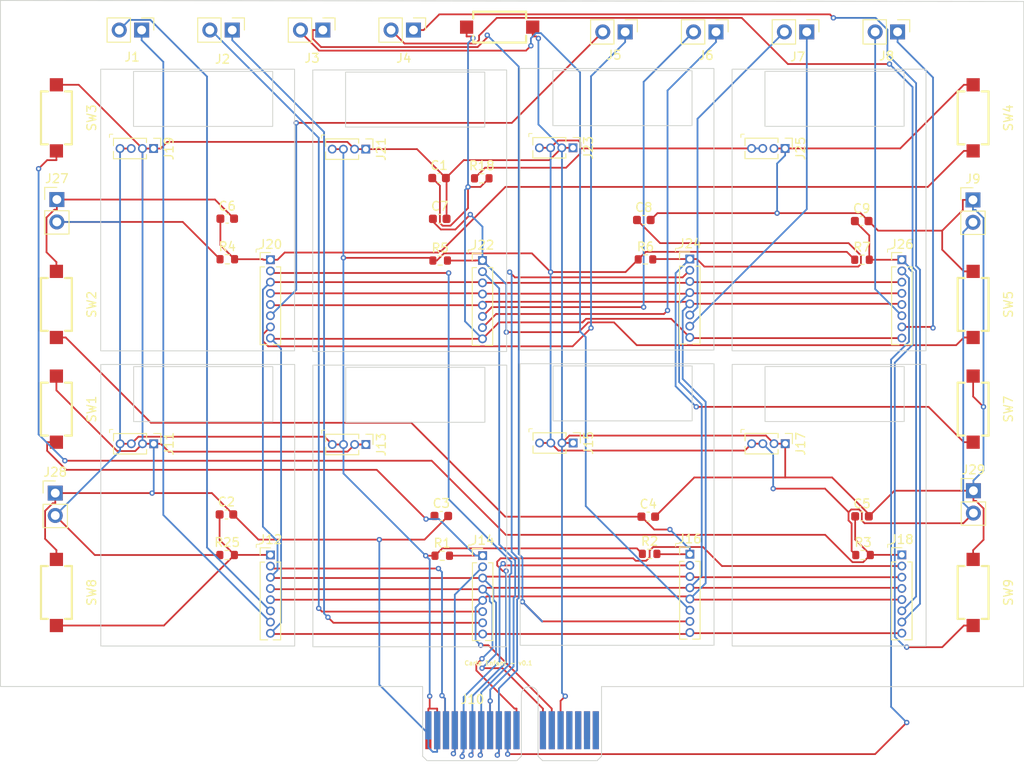
<source format=kicad_pcb>
(kicad_pcb (version 20241229) (generator "pcbnew") (generator_version "9.0")
  (layers (0 "F.Cu" signal) (2 "B.Cu" signal) (13 "F.Paste" user) (15 "B.Paste" user) (5 "F.SilkS" user "F.Silkscreen") (7 "B.SilkS" user "B.Silkscreen") (1 "F.Mask" user) (3 "B.Mask" user) (25 "Edge.Cuts" user))
  (net 0 "")
  (net 1 "/GND")
  (net 2 "/3.3V")
  (net 3 "/Reset")
  (net 4 "/SWD_IO_1")
  (net 5 "/SWD_CLK_1")
  (net 6 "/SWD_IO_2")
  (net 7 "/SWD_CLK_2")
  (net 8 "/SWD_IO_3")
  (net 9 "/SWD_CLK_3")
  (net 10 "/SWD_IO_4")
  (net 11 "/SWD_CLK_4")
  (net 12 "/SWD_IO_5")
  (net 13 "/SWD_CLK_5")
  (net 14 "/SWD_IO_6")
  (net 15 "/SWD_CLK_6")
  (net 16 "/SWD_IO_7")
  (net 17 "/SWD_CLK_7")
  (net 18 "/SWD_IO_8")
  (net 19 "/SWD_CLK_8")
  (net 20 "/CS4")
  (net 21 "/CS2")
  (net 22 "/Miso")
  (net 24 "/CS5")
  (net 26 "/CS8")
  (net 27 "/CLK")
  (net 28 "/CS7")
  (net 29 "/CS1")
  (net 30 "/Mosi")
  (net 34 "/CS6")
  (net 36 "/CS3")
  (net 39 "/SWI1")
  (net 40 "/SWI2")
  (net 41 "/SWI3")
  (net 42 "/SWI4")
  (net 43 "/SWI5")
  (net 44 "/SWI6")
  (net 45 "/SWI7")
  (net 46 "/SWI8")
  (footprint "Connector_PinHeader_1.27mm:PinHeader_1x08_P1.27mm_Vertical" (layer "F.Cu") (at 101.17 133.78)
    (property "Reference" "J16")
    (property "Value" "Conn_01x08_Pin" (hide yes))
  )
  (footprint "easyeda:KEY-SMD_L6.0-W3.5-LS8.0" (layer "F.Cu") (at 79.59 73.98 180)
    (property "Reference" "SW6" (hide yes))
    (property "Value" "Reset")
  )
  (footprint "Connector_PinHeader_2.54mm:PinHeader_1x02_P2.54mm_Vertical" (layer "F.Cu") (at 38.97 74.31 -90)
    (property "Reference" "J1")
    (property "Value" "SWD-module1" (hide yes))
  )
  (footprint "Resistor_SMD:R_0603_1608Metric" (layer "F.Cu") (at 72.84 100.46)
    (property "Reference" "R5")
    (property "Value" "10K")
  )
  (footprint "Connector_PinHeader_1.27mm:PinHeader_1x08_P1.27mm_Vertical" (layer "F.Cu") (at 77.66 133.94)
    (property "Reference" "J14")
    (property "Value" "Conn_01x08_Pin" (hide yes))
  )
  (footprint "Connector_PinHeader_1.27mm:PinHeader_1x04_P1.27mm_Vertical" (layer "F.Cu") (at 40.34 121.25 -90)
    (property "Reference" "J11")
    (property "Value" "Conn_01x04_Pin" (hide yes))
  )
  (footprint "Connector_PinHeader_2.54mm:PinHeader_1x02_P2.54mm_Vertical" (layer "F.Cu") (at 133.34 126.575)
    (property "Reference" "J29")
    (property "Value" "SWD-Alim")
  )
  (footprint "Resistor_SMD:R_0603_1608Metric" (layer "F.Cu") (at 120.82 133.87)
    (property "Reference" "R3")
    (property "Value" "10K")
  )
  (footprint "Resistor_SMD:R_0603_1608Metric" (layer "F.Cu") (at 96.135 100.33)
    (property "Reference" "R6")
    (property "Value" "10K")
  )
  (footprint "Resistor_SMD:R_0603_1608Metric" (layer "F.Cu") (at 120.7 100.37)
    (property "Reference" "R7")
    (property "Value" "10K")
  )
  (footprint "Connector_PinHeader_1.27mm:PinHeader_1x04_P1.27mm_Vertical" (layer "F.Cu") (at 64.4 87.82 -90)
    (property "Reference" "J21")
    (property "Value" "Conn_01x04_Pin" (hide yes))
  )
  (footprint "easyeda:KEY-SMD_L6.0-W3.5-LS8.0" (layer "F.Cu") (at 29.3 84.27 -90)
    (property "Reference" "SW3")
    (property "Value" "SWI4")
  )
  (footprint "Connector_PinHeader_1.27mm:PinHeader_1x08_P1.27mm_Vertical" (layer "F.Cu") (at 125.22 100.37)
    (property "Reference" "J26")
    (property "Value" "Conn_01x08_Pin" (hide yes))
  )
  (footprint "Connector_PinHeader_1.27mm:PinHeader_1x08_P1.27mm_Vertical" (layer "F.Cu") (at 53.58 100.37)
    (property "Reference" "J20")
    (property "Value" "Conn_01x08_Pin")
  )
  (footprint "Connector_PinHeader_1.27mm:PinHeader_1x04_P1.27mm_Vertical" (layer "F.Cu") (at 64.41 121.33 -90)
    (property "Reference" "J13")
    (property "Value" "Conn_01x04_Pin" (hide yes))
  )
  (footprint "Capacitor_SMD:C_0603_1608Metric" (layer "F.Cu") (at 72.97 129.44)
    (property "Reference" "C3")
    (property "Value" "100nf")
  )
  (footprint "Connector_PinHeader_2.54mm:PinHeader_1x02_P2.54mm_Vertical" (layer "F.Cu") (at 124.735 74.52 -90)
    (property "Reference" "J8")
    (property "Value" "SWD-module8" (hide yes))
  )
  (footprint "Connector_PinHeader_2.54mm:PinHeader_1x02_P2.54mm_Vertical" (layer "F.Cu") (at 69.81 74.31 -90)
    (property "Reference" "J4")
    (property "Value" "SWD-module14" (hide yes))
  )
  (footprint "Connector_PinHeader_2.54mm:PinHeader_1x02_P2.54mm_Vertical" (layer "F.Cu") (at 133.29 93.58)
    (property "Reference" "J9")
    (property "Value" "SWD-Alim")
  )
  (footprint "Connector_PCBEdge:BUS_PCIexpress_x1" (layer "F.Cu") (at 71.5 153.75)
    (property "Reference" "J10")
    (property "Value" "whad_Bus_PCI_Express_x1" (hide yes))
    (fp_line (start -0.65 -4.95) (end -0.65 2.95) (stroke (width 0.1)) (layer "Edge.Cuts"))
    (fp_line (start -0.65 2.95) (end -0.15 3.45) (stroke (width 0.1)) (layer "Edge.Cuts"))
    (fp_line (start -0.15 3.45) (end 10.05 3.45) (stroke (width 0.1)) (layer "Edge.Cuts"))
    (fp_line (start 10.55 -4) (end 10.55 2.95) (stroke (width 0.1)) (layer "Edge.Cuts"))
    (fp_line (start 10.55 2.95) (end 10.05 3.45) (stroke (width 0.1)) (layer "Edge.Cuts"))
    (fp_line (start 12.45 -4) (end 12.45 2.95) (stroke (width 0.1)) (layer "Edge.Cuts"))
    (fp_line (start 12.45 2.95) (end 12.95 3.45) (stroke (width 0.1)) (layer "Edge.Cuts"))
    (fp_line (start 12.95 3.45) (end 19.15 3.45) (stroke (width 0.1)) (layer "Edge.Cuts"))
    (fp_line (start 19.65 -4.95) (end 19.65 2.95) (stroke (width 0.1)) (layer "Edge.Cuts"))
    (fp_line (start 19.65 2.95) (end 19.15 3.45) (stroke (width 0.1)) (layer "Edge.Cuts"))
    (fp_arc (start 10.55 -4) (mid 11.5 -4.95) (end 12.45 -4) (stroke (width 0.1)) (layer "Edge.Cuts"))
  )
  (footprint "Capacitor_SMD:C_0603_1608Metric" (layer "F.Cu") (at 96.45 129.52)
    (property "Reference" "C4")
    (property "Value" "100nf")
  )
  (footprint "easyeda:KEY-SMD_L6.0-W3.5-LS8.0" (layer "F.Cu") (at 133.31 84.27 -90)
    (property "Reference" "SW4")
    (property "Value" "SWI5")
  )
  (footprint "Connector_PinHeader_2.54mm:PinHeader_1x02_P2.54mm_Vertical" (layer "F.Cu") (at 29.17 126.845)
    (property "Reference" "J28")
    (property "Value" "SWD-Alim")
  )
  (footprint "Connector_PinHeader_1.27mm:PinHeader_1x08_P1.27mm_Vertical" (layer "F.Cu") (at 125.22 133.85)
    (property "Reference" "J18")
    (property "Value" "Conn_01x08_Pin" (hide yes))
  )
  (footprint "Connector_PinHeader_2.54mm:PinHeader_1x02_P2.54mm_Vertical" (layer "F.Cu") (at 49.25 74.31 -90)
    (property "Reference" "J2")
    (property "Value" "SWD-module2" (hide yes))
  )
  (footprint "Connector_PinHeader_1.27mm:PinHeader_1x04_P1.27mm_Vertical" (layer "F.Cu") (at 87.93 121.16 -90)
    (property "Reference" "J15")
    (property "Value" "Conn_01x04_Pin" (hide yes))
  )
  (footprint "easyeda:KEY-SMD_L6.0-W3.5-LS8.0" (layer "F.Cu") (at 29.3 117.32 -90)
    (property "Reference" "SW1")
    (property "Value" "SWI2")
  )
  (footprint "Connector_PinHeader_1.27mm:PinHeader_1x04_P1.27mm_Vertical" (layer "F.Cu") (at 87.91 87.67 -90)
    (property "Reference" "J23")
    (property "Value" "Conn_01x04_Pin" (hide yes))
  )
  (footprint "Connector_PinHeader_1.27mm:PinHeader_1x04_P1.27mm_Vertical" (layer "F.Cu") (at 40.33 87.75 -90)
    (property "Reference" "J19")
    (property "Value" "Conn_01x04_Pin" (hide yes))
  )
  (footprint "Capacitor_SMD:C_0603_1608Metric" (layer "F.Cu") (at 48.68 95.71)
    (property "Reference" "C6")
    (property "Value" "100nf")
  )
  (footprint "easyeda:KEY-SMD_L6.0-W3.5-LS8.0" (layer "F.Cu") (at 133.31 138.12 -90)
    (property "Reference" "SW9")
    (property "Value" "SWI8")
  )
  (footprint "Capacitor_SMD:C_0603_1608Metric" (layer "F.Cu") (at 72.715 91.1)
    (property "Reference" "C1")
    (property "Value" "100nf")
  )
  (footprint "easyeda:KEY-SMD_L6.0-W3.5-LS8.0" (layer "F.Cu") (at 133.31 117.32 -90)
    (property "Reference" "SW7")
    (property "Value" "SWI7")
  )
  (footprint "easyeda:KEY-SMD_L6.0-W3.5-LS8.0" (layer "F.Cu") (at 133.31 105.44 -90)
    (property "Reference" "SW5")
    (property "Value" "SWI6")
  )
  (footprint "Resistor_SMD:R_0603_1608Metric" (layer "F.Cu") (at 77.56 91.13)
    (property "Reference" "R18")
    (property "Value" "10K")
  )
  (footprint "Resistor_SMD:R_0603_1608Metric" (layer "F.Cu") (at 73.075 133.95)
    (property "Reference" "R1")
    (property "Value" "10K")
  )
  (footprint "Connector_PinHeader_2.54mm:PinHeader_1x02_P2.54mm_Vertical" (layer "F.Cu") (at 29.35 93.54)
    (property "Reference" "J27")
    (property "Value" "SWD-Alim")
  )
  (footprint "Connector_PinHeader_1.27mm:PinHeader_1x04_P1.27mm_Vertical" (layer "F.Cu") (at 111.98 87.74 -90)
    (property "Reference" "J25")
    (property "Value" "Conn_01x04_Pin" (hide yes))
  )
  (footprint "easyeda:KEY-SMD_L6.0-W3.5-LS8.0" (layer "F.Cu") (at 29.3 105.44 -90)
    (property "Reference" "SW2")
    (property "Value" "SWI3")
  )
  (footprint "Capacitor_SMD:C_0603_1608Metric" (layer "F.Cu") (at 95.945 95.86)
    (property "Reference" "C8")
    (property "Value" "100nf")
  )
  (footprint "easyeda:KEY-SMD_L6.0-W3.5-LS8.0" (layer "F.Cu") (at 29.3 138.12 -90)
    (property "Reference" "SW8")
    (property "Value" "SWI1")
  )
  (footprint "Capacitor_SMD:C_0603_1608Metric" (layer "F.Cu") (at 120.665 95.98)
    (property "Reference" "C9")
    (property "Value" "100nf")
  )
  (footprint "Capacitor_SMD:C_0603_1608Metric" (layer "F.Cu") (at 72.79 95.73)
    (property "Reference" "C7")
    (property "Value" "100nf")
  )
  (footprint "Resistor_SMD:R_0603_1608Metric" (layer "F.Cu") (at 96.605 133.74)
    (property "Reference" "R2")
    (property "Value" "10K")
  )
  (footprint "Connector_PinHeader_1.27mm:PinHeader_1x08_P1.27mm_Vertical" (layer "F.Cu") (at 77.64 100.45)
    (property "Reference" "J22")
    (property "Value" "Conn_01x08_Pin")
  )
  (footprint "Connector_PinHeader_2.54mm:PinHeader_1x02_P2.54mm_Vertical" (layer "F.Cu") (at 104.1317 74.52 -90)
    (property "Reference" "J6")
    (property "Value" "SWD-module6" (hide yes))
  )
  (footprint "Connector_PinHeader_1.27mm:PinHeader_1x08_P1.27mm_Vertical" (layer "F.Cu") (at 53.58 133.86)
    (property "Reference" "J12")
    (property "Value" "Conn_01x08_Pin" (hide yes))
  )
  (footprint "Connector_PinHeader_1.27mm:PinHeader_1x04_P1.27mm_Vertical" (layer "F.Cu") (at 111.99 121.24 -90)
    (property "Reference" "J17")
    (property "Value" "Conn_01x04_Pin" (hide yes))
  )
  (footprint "Connector_PinHeader_2.54mm:PinHeader_1x02_P2.54mm_Vertical" (layer "F.Cu") (at 93.83 74.52 -90)
    (property "Reference" "J5")
    (property "Value" "SWD-module5" (hide yes))
  )
  (footprint "Connector_PinHeader_2.54mm:PinHeader_1x02_P2.54mm_Vertical" (layer "F.Cu") (at 59.53 74.31 -90)
    (property "Reference" "J3")
    (property "Value" "SWD-module3" (hide yes))
  )
  (footprint "Resistor_SMD:R_0603_1608Metric" (layer "F.Cu") (at 48.67 133.87)
    (property "Reference" "R25")
    (property "Value" "10K")
  )
  (footprint "Connector_PinHeader_1.27mm:PinHeader_1x08_P1.27mm_Vertical" (layer "F.Cu") (at 101.16 100.29)
    (property "Reference" "J24")
    (property "Value" "Conn_01x08_Pin")
  )
  (footprint "Capacitor_SMD:C_0603_1608Metric" (layer "F.Cu") (at 48.59 129.27)
    (property "Reference" "C2")
    (property "Value" "100nf")
  )
  (footprint "Capacitor_SMD:C_0603_1608Metric" (layer "F.Cu") (at 120.7 129.48)
    (property "Reference" "C5")
    (property "Value" "100nf")
  )
  (footprint "Resistor_SMD:R_0603_1608Metric" (layer "F.Cu") (at 48.69 100.31)
    (property "Reference" "R4")
    (property "Value" "10K")
  )
  (footprint "Connector_PinHeader_2.54mm:PinHeader_1x02_P2.54mm_Vertical" (layer "F.Cu") (at 114.4333 74.52 -90)
    (property "Reference" "J7")
    (property "Value" "SWD-module7" (hide yes))
  )
  (gr_line (start 51.96 99.19) (end 51.96 99.53) (stroke (width 0.1)) (layer "F.SilkS"))
  (gr_line (start 76.02 99.27) (end 76.02 99.61) (stroke (width 0.1)) (layer "F.SilkS"))
  (gr_line (start 123.61 132.68) (end 123.61 133.02) (stroke (width 0.1)) (layer "F.SilkS"))
  (gr_line (start 35.36 86.13) (end 35.7 86.13) (stroke (width 0.1)) (layer "F.SilkS"))
  (gr_line (start 59.42 86.21) (end 59.76 86.21) (stroke (width 0.1)) (layer "F.SilkS"))
  (gr_line (start 106.97 119.65) (end 106.97 119.99) (stroke (width 0.1)) (layer "F.SilkS"))
  (gr_line (start 35.3326 119.6545) (end 35.3326 119.9945) (stroke (width 0.1)) (layer "F.SilkS"))
  (gr_line (start 52.0126 132.6545) (end 52.3526 132.6545) (stroke (width 0.1)) (layer "F.SilkS"))
  (gr_line (start 35.3726 119.6245) (end 35.7126 119.6245) (stroke (width 0.1)) (layer "F.SilkS"))
  (gr_line (start 76.06 99.24) (end 76.4 99.24) (stroke (width 0.1)) (layer "F.SilkS"))
  (gr_line (start 99.55 132.6) (end 99.55 132.94) (stroke (width 0.1)) (layer "F.SilkS"))
  (gr_line (start 35.32 86.16) (end 35.32 86.5) (stroke (width 0.1)) (layer "F.SilkS"))
  (gr_line (start 82.8974 86.0755) (end 82.8974 86.4155) (stroke (width 0.1)) (layer "F.SilkS"))
  (gr_line (start 123.6374 99.1555) (end 123.9774 99.1555) (stroke (width 0.1)) (layer "F.SilkS"))
  (gr_line (start 59.4326 119.7045) (end 59.7726 119.7045) (stroke (width 0.1)) (layer "F.SilkS"))
  (gr_line (start 82.9374 86.0455) (end 83.2774 86.0455) (stroke (width 0.1)) (layer "F.SilkS"))
  (gr_line (start 76.0326 132.7645) (end 76.0326 133.1045) (stroke (width 0.1)) (layer "F.SilkS"))
  (gr_line (start 52 99.16) (end 52.34 99.16) (stroke (width 0.1)) (layer "F.SilkS"))
  (gr_line (start 106.9974 86.1255) (end 107.3374 86.1255) (stroke (width 0.1)) (layer "F.SilkS"))
  (gr_line (start 82.95 119.54) (end 83.29 119.54) (stroke (width 0.1)) (layer "F.SilkS"))
  (gr_line (start 99.5774 99.0755) (end 99.9174 99.0755) (stroke (width 0.1)) (layer "F.SilkS"))
  (gr_line (start 107.01 119.62) (end 107.35 119.62) (stroke (width 0.1)) (layer "F.SilkS"))
  (gr_line (start 99.59 132.57) (end 99.93 132.57) (stroke (width 0.1)) (layer "F.SilkS"))
  (gr_line (start 59.3926 119.7345) (end 59.3926 120.0745) (stroke (width 0.1)) (layer "F.SilkS"))
  (gr_line (start 123.5974 99.1855) (end 123.5974 99.5255) (stroke (width 0.1)) (layer "F.SilkS"))
  (gr_line (start 76.0726 132.7345) (end 76.4126 132.7345) (stroke (width 0.1)) (layer "F.SilkS"))
  (gr_line (start 123.65 132.65) (end 123.99 132.65) (stroke (width 0.1)) (layer "F.SilkS"))
  (gr_line (start 82.91 119.57) (end 82.91 119.91) (stroke (width 0.1)) (layer "F.SilkS"))
  (gr_line (start 59.38 86.24) (end 59.38 86.58) (stroke (width 0.1)) (layer "F.SilkS"))
  (gr_line (start 99.5374 99.1055) (end 99.5374 99.4455) (stroke (width 0.1)) (layer "F.SilkS"))
  (gr_line (start 106.9574 86.1555) (end 106.9574 86.4955) (stroke (width 0.1)) (layer "F.SilkS"))
  (gr_line (start 51.9726 132.6845) (end 51.9726 133.0245) (stroke (width 0.1)) (layer "F.SilkS"))
  (gr_rect (start 58.3826 78.8345) (end 80.3826 110.7845) (stroke (width 0.1)) (fill no) (layer "Edge.Cuts"))
  (gr_rect (start 81.9 78.67) (end 103.9 110.62) (stroke (width 0.1)) (fill no) (layer "Edge.Cuts"))
  (gr_rect (start 105.9726 112.2445) (end 127.9726 144.1945) (stroke (width 0.1)) (fill no) (layer "Edge.Cuts"))
  (gr_rect (start 62.11 79.08) (end 77.9 85.32) (stroke (width 0.1)) (fill no) (layer "Edge.Cuts"))
  (gr_rect (start 62.1226 112.5745) (end 77.9126 118.8145) (stroke (width 0.1)) (fill no) (layer "Edge.Cuts"))
  (gr_line (start 139 148.8) (end 91.15 148.8) (stroke (width 0.1)) (layer "Edge.Cuts"))
  (gr_rect (start 58.3952 112.329) (end 80.3952 144.279) (stroke (width 0.1)) (fill no) (layer "Edge.Cuts"))
  (gr_line (start 22.95 148.77) (end 22.95 70.95) (stroke (width 0.1)) (layer "Edge.Cuts"))
  (gr_line (start 70.85 148.79) (end 22.99 148.79) (stroke (width 0.1)) (layer "Edge.Cuts"))
  (gr_line (start 22.95 70.95) (end 139.05 71.07) (stroke (width 0.1)) (layer "Edge.Cuts"))
  (gr_rect (start 38.0626 112.4945) (end 53.8526 118.7345) (stroke (width 0.1)) (fill no) (layer "Edge.Cuts"))
  (gr_rect (start 105.96 78.75) (end 127.96 110.7) (stroke (width 0.1)) (fill no) (layer "Edge.Cuts"))
  (gr_rect (start 38.05 79) (end 53.84 85.24) (stroke (width 0.1)) (fill no) (layer "Edge.Cuts"))
  (gr_rect (start 109.7 112.49) (end 125.49 118.73) (stroke (width 0.1)) (fill no) (layer "Edge.Cuts"))
  (gr_line (start 139.05 71.07) (end 139.05 148.79) (stroke (width 0.1)) (layer "Edge.Cuts"))
  (gr_rect (start 34.3226 78.7545) (end 56.3226 110.7045) (stroke (width 0.1)) (fill no) (layer "Edge.Cuts"))
  (gr_rect (start 34.3352 112.249) (end 56.3352 144.199) (stroke (width 0.1)) (fill no) (layer "Edge.Cuts"))
  (gr_rect (start 81.9126 112.1645) (end 103.9126 144.1145) (stroke (width 0.1)) (fill no) (layer "Edge.Cuts"))
  (gr_rect (start 109.6874 78.9955) (end 125.4774 85.2355) (stroke (width 0.1)) (fill no) (layer "Edge.Cuts"))
  (gr_rect (start 85.6274 78.9155) (end 101.4174 85.1555) (stroke (width 0.1)) (fill no) (layer "Edge.Cuts"))
  (gr_rect (start 85.64 112.41) (end 101.43 118.65) (stroke (width 0.1)) (fill no) (layer "Edge.Cuts"))
  (gr_text "Carte Enfant - v0.1" (at 75.54 146.43 0) (layer "F.SilkS") (effects (font (size 0.5 0.5) (thickness 0.1) (bold yes)) (justify left bottom)))
  (segment (start 64.4 87.82) (end 70.21 87.82) (width 0.2) (layer "F.Cu") (net 1))
  (segment (start 47.285 93.54) (end 39.06 93.54) (width 0.2) (layer "F.Cu") (net 1))
  (segment (start 133.34 126.575) (end 124.38 126.575) (width 0.2) (layer "F.Cu") (net 1))
  (segment (start 110.72 121.24) (end 111.99 121.24) (width 0.2) (layer "F.Cu") (net 1))
  (segment (start 40.34 121.25) (end 39.07 121.25) (width 0.2) (layer "F.Cu") (net 1))
  (segment (start 83.34 75.0317) (end 83.7601 75.0317) (width 0.2) (layer "F.Cu") (net 1))
  (segment (start 125.0383 87.74) (end 111.98 87.74) (width 0.2) (layer "F.Cu") (net 1))
  (segment (start 124.38 126.575) (end 121.475 129.48) (width 0.2) (layer "F.Cu") (net 1))
  (segment (start 121.475 129.48) (end 121.475 129.2409) (width 0.2) (layer "F.Cu") (net 1))
  (segment (start 39.07 121.25) (end 38.245 122.075) (width 0.2) (layer "F.Cu") (net 1))
  (segment (start 133.628 127.7267) (end 133.34 127.7267) (width 0.2) (layer "F.Cu") (net 1))
  (segment (start 49.365 129.27) (end 46.94 126.845) (width 0.2) (layer "F.Cu") (net 1))
  (segment (start 62.3269 122.1431) (end 42.0348 122.1431) (width 0.2) (layer "F.Cu") (net 1))
  (segment (start 133.31 80.52) (end 132.2583 80.52) (width 0.2) (layer "F.Cu") (net 1))
  (segment (start 122.53 97.07) (end 121.44 95.98) (width 0.2) (layer "F.Cu") (net 1))
  (segment (start 63.13 87.82) (end 62.3098 86.9998) (width 0.2) (layer "F.Cu") (net 1))
  (segment (start 36.1929 122.075) (end 29.3 115.1821) (width 0.2) (layer "F.Cu") (net 1))
  (segment (start 63.7337 121.33) (end 63.14 121.33) (width 0.2) (layer "F.Cu") (net 1))
  (segment (start 46.94 126.845) (end 40.159 126.845) (width 0.2) (layer "F.Cu") (net 1))
  (segment (start 40.33 87.75) (end 39.06 87.75) (width 0.2) (layer "F.Cu") (net 1))
  (segment (start 29.3 80.52) (end 31.83 80.52) (width 0.2) (layer "F.Cu") (net 1))
  (segment (start 101.673 125.072) (end 97.225 129.52) (width 0.2) (layer "F.Cu") (net 1))
  (segment (start 134.4917 128.5904) (end 133.628 127.7267) (width 0.2) (layer "F.Cu") (net 1))
  (segment (start 133.29 93.58) (end 132.1383 93.58) (width 0.2) (layer "F.Cu") (net 1))
  (segment (start 42.0348 122.1431) (end 41.1417 121.25) (width 0.2) (layer "F.Cu") (net 1))
  (segment (start 110.72 121.24) (end 109.7991 120.3191) (width 0.2) (layer "F.Cu") (net 1))
  (segment (start 29.0621 94.6917) (end 28.1786 95.5752) (width 0.2) (layer "F.Cu") (net 1))
  (segment (start 31.83 80.52) (end 39.06 87.75) (width 0.2) (layer "F.Cu") (net 1))
  (segment (start 28.0183 132.0366) (end 28.0183 128.8604) (width 0.2) (layer "F.Cu") (net 1))
  (segment (start 129.8 99.2317) (end 129.8 97.07) (width 0.2) (layer "F.Cu") (net 1))
  (segment (start 111.0666 95.0839) (end 120.5439 95.0839) (width 0.2) (layer "F.Cu") (net 1))
  (segment (start 49.455 95.71) (end 47.285 93.54) (width 0.2) (layer "F.Cu") (net 1))
  (segment (start 133.31 113.57) (end 133.31 115.886) (width 0.2) (layer "F.Cu") (net 1))
  (segment (start 28.0183 128.8604) (end 28.882 127.9967) (width 0.2) (layer "F.Cu") (net 1))
  (segment (start 63.14 121.33) (end 62.3269 122.1431) (width 0.2) (layer "F.Cu") (net 1))
  (segment (start 120.5439 95.0839) (end 121.44 95.98) (width 0.2) (layer "F.Cu") (net 1))
  (segment (start 96.72 95.86) (end 97.4961 95.0839) (width 0.2) (layer "F.Cu") (net 1))
  (segment (start 110.71 87.74) (end 111.98 87.74) (width 0.2) (layer "F.Cu") (net 1))
  (segment (start 40.33 87.75) (end 41.1317 87.75) (width 0.2) (layer "F.Cu") (net 1))
  (segment (start 86.5 153.75) (end 86.5 150.4204) (width 0.2) (layer "F.Cu") (net 1))
  (segment (start 97.4961 95.0839) (end 111.0666 95.0839) (width 0.2) (layer "F.Cu") (net 1))
  (segment (start 63.13 87.82) (end 64.4 87.82) (width 0.2) (layer "F.Cu") (net 1))
  (segment (start 29.3 115.1821) (end 29.3 113.57) (width 0.2) (layer "F.Cu") (net 1))
  (segment (start 73.565 91.175) (end 73.565 95.73) (width 0.2) (layer "F.Cu") (net 1))
  (segment (start 86.5 150.4204) (end 87.0317 149.8887) (width 0.2) (layer "F.Cu") (net 1))
  (segment (start 134.4917 132.1366) (end 134.4917 128.5904) (width 0.2) (layer "F.Cu") (net 1))
  (segment (start 75.5198 89.0701) (end 75.5198 89.0702) (width 0.2) (layer "F.Cu") (net 1))
  (segment (start 29.35 94.6917) (end 29.0621 94.6917) (width 0.2) (layer "F.Cu") (net 1))
  (segment (start 28.1786 95.5752) (end 28.1786 99.5169) (width 0.2) (layer "F.Cu") (net 1))
  (segment (start 39.06 93.54) (end 39.06 87.75) (width 0.2) (layer "F.Cu") (net 1))
  (segment (start 73.745 129.44) (end 71.063 132.122) (width 0.2) (layer "F.Cu") (net 1))
  (segment (start 29.17 126.845) (end 40.159 126.845) (width 0.2) (layer "F.Cu") (net 1))
  (segment (start 121.475 129.2409) (end 117.3061 125.072) (width 0.2) (layer "F.Cu") (net 1))
  (segment (start 73.49 91.1) (end 73.565 91.175) (width 0.2) (layer "F.Cu") (net 1))
  (segment (start 87.5009 120.3191) (end 86.66 121.16) (width 0.2) (layer "F.Cu") (net 1))
  (segment (start 75.5198 89.0702) (end 73.49 91.1) (width 0.2) (layer "F.Cu") (net 1))
  (segment (start 86.64 87.67) (end 87.91 87.67) (width 0.2) (layer "F.Cu") (net 1))
  (segment (start 133.31 101.69) (end 132.2583 101.69) (width 0.2) (layer "F.Cu") (net 1))
  (segment (start 132.1383 93.58) (end 132.1383 94.7317) (width 0.2) (layer "F.Cu") (net 1))
  (segment (start 133.31 134.37) (end 133.31 133.3183) (width 0.2) (layer "F.Cu") (net 1))
  (segment (start 133.31 133.3183) (end 134.4917 132.1366) (width 0.2) (layer "F.Cu") (net 1))
  (segment (start 38.245 122.075) (end 36.1929 122.075) (width 0.2) (layer "F.Cu") (net 1))
  (segment (start 132.1383 94.7317) (end 129.8 97.07) (width 0.2) (layer "F.Cu") (net 1))
  (segment (start 133.31 115.886) (end 134.4832 117.0592) (width 0.2) (layer "F.Cu") (net 1))
  (segment (start 132.2583 80.52) (end 125.0383 87.74) (width 0.2) (layer "F.Cu") (net 1))
  (segment (start 28.882 127.9967) (end 29.17 127.9967) (width 0.2) (layer "F.Cu") (net 1))
  (segment (start 71.063 132.122) (end 65.9379 132.122) (width 0.2) (layer "F.Cu") (net 1))
  (segment (start 83.7601 75.0317) (end 83.9864 75.258) (width 0.2) (layer "F.Cu") (net 1))
  (segment (start 41.8819 86.9998) (end 41.1317 87.75) (width 0.2) (layer "F.Cu") (net 1))
  (segment (start 28.1786 99.5169) (end 29.3 100.6383) (width 0.2) (layer "F.Cu") (net 1))
  (segment (start 40.34 121.25) (end 41.1417 121.25) (width 0.2) (layer "F.Cu") (net 1))
  (segment (start 39.06 93.54) (end 29.35 93.54) (width 0.2) (layer "F.Cu") (net 1))
  (segment (start 29.3 101.69) (end 29.3 100.6383) (width 0.2) (layer "F.Cu") (net 1))
  (segment (start 63.775 121.33) (end 63.7337 121.33) (width 0.2) (layer "F.Cu") (net 1))
  (segment (start 117.3061 125.072) (end 111.99 125.072) (width 0.2) (layer "F.Cu") (net 1))
  (segment (start 52.217 132.122) (end 49.365 129.27) (width 0.2) (layer "F.Cu") (net 1))
  (segment (start 111.99 125.072) (end 111.99 121.24) (width 0.2) (layer "F.Cu") (net 1))
  (segment (start 65.9379 132.122) (end 52.217 132.122) (width 0.2) (layer "F.Cu") (net 1))
  (segment (start 29.17 126.845) (end 29.17 127.9967) (width 0.2) (layer "F.Cu") (net 1))
  (segment (start 86.66 121.16) (end 87.93 121.16) (width 0.2) (layer "F.Cu") (net 1))
  (segment (start 85.2399 89.0701) (end 75.5198 89.0701) (width 0.2) (layer "F.Cu") (net 1))
  (segment (start 129.8 97.07) (end 122.53 97.07) (width 0.2) (layer "F.Cu") (net 1))
  (segment (start 29.3 134.37) (end 29.3 133.3183) (width 0.2) (layer "F.Cu") (net 1))
  (segment (start 62.3098 86.9998) (end 41.8819 86.9998) (width 0.2) (layer "F.Cu") (net 1))
  (segment (start 29.3 133.3183) (end 28.0183 132.0366) (width 0.2) (layer "F.Cu") (net 1))
  (segment (start 109.7991 120.3191) (end 87.5009 120.3191) (width 0.2) (layer "F.Cu") (net 1))
  (segment (start 64.41 121.33) (end 63.775 121.33) (width 0.2) (layer "F.Cu") (net 1))
  (segment (start 70.21 87.82) (end 73.49 91.1) (width 0.2) (layer "F.Cu") (net 1))
  (segment (start 29.35 93.54) (end 29.35 94.6917) (width 0.2) (layer "F.Cu") (net 1))
  (segment (start 111.99 125.072) (end 101.673 125.072) (width 0.2) (layer "F.Cu") (net 1))
  (segment (start 83.34 73.98) (end 83.34 75.0317) (width 0.2) (layer "F.Cu") (net 1))
  (segment (start 133.34 126.575) (end 133.34 127.7267) (width 0.2) (layer "F.Cu") (net 1))
  (segment (start 86.64 87.67) (end 85.2399 89.0701) (width 0.2) (layer "F.Cu") (net 1))
  (segment (start 132.2583 101.69) (end 129.8 99.2317) (width 0.2) (layer "F.Cu") (net 1))
  (via (at 65.9379 132.122) (size 0.6) (drill 0.3) (layers "F.Cu" "B.Cu") (net 1))
  (via (at 83.9864 75.258) (size 0.6) (drill 0.3) (layers "F.Cu" "B.Cu") (net 1))
  (via (at 134.4832 117.0592) (size 0.6) (drill 0.3) (layers "F.Cu" "B.Cu") (net 1))
  (via (at 40.159 126.845) (size 0.6) (drill 0.3) (layers "F.Cu" "B.Cu") (net 1))
  (via (at 87.0317 149.8887) (size 0.6) (drill 0.3) (layers "F.Cu" "B.Cu") (net 1))
  (via (at 111.0666 95.0839) (size 0.6) (drill 0.3) (layers "F.Cu" "B.Cu") (net 1))
  (segment (start 71.5 154.1508) (end 71.5 155.1017) (width 0.2) (layer "B.Cu") (net 1))
  (segment (start 87.0317 149.8887) (end 86.66 149.517) (width 0.2) (layer "B.Cu") (net 1))
  (segment (start 40.34 126.664) (end 40.34 121.25) (width 0.2) (layer "B.Cu") (net 1))
  (segment (start 71.5 154.1508) (end 65.9379 148.5887) (width 0.2) (layer "B.Cu") (net 1))
  (segment (start 111.98 87.74) (end 111.98 88.5417) (width 0.2) (layer "B.Cu") (net 1))
  (segment (start 133.5779 94.7317) (end 133.29 94.7317) (width 0.2) (layer "B.Cu") (net 1))
  (segment (start 39.06 87.75) (end 39.07 87.76) (width 0.2) (layer "B.Cu") (net 1))
  (segment (start 40.159 126.845) (end 40.34 126.664) (width 0.2) (layer "B.Cu") (net 1))
  (segment (start 86.66 149.517) (end 86.66 121.16) (width 0.2) (layer "B.Cu") (net 1))
  (segment (start 86.66 87.69) (end 86.64 87.67) (width 0.2) (layer "B.Cu") (net 1))
  (segment (start 72.5 153.75) (end 72.5 156.2017) (width 0.2) (layer "B.Cu") (net 1))
  (segment (start 134.4832 117.0592) (end 134.4832 95.637) (width 0.2) (layer "B.Cu") (net 1))
  (segment (start 111.0666 89.4551) (end 111.98 88.5417) (width 0.2) (layer "B.Cu") (net 1))
  (segment (start 86.66 121.16) (end 86.66 87.69) (width 0.2) (layer "B.Cu") (net 1))
  (segment (start 65.9379 148.5887) (end 65.9379 132.122) (width 0.2) (layer "B.Cu") (net 1))
  (segment (start 71.5 153.2) (end 71.5 154.1508) (width 0.2) (layer "B.Cu") (net 1))
  (segment (start 111.0666 95.0839) (end 111.0666 89.4551) (width 0.2) (layer "B.Cu") (net 1))
  (segment (start 83.9864 85.0164) (end 86.64 87.67) (width 0.2) (layer "B.Cu") (net 1))
  (segment (start 134.4832 117.0592) (end 134.4832 124.2801) (width 0.2) (layer "B.Cu") (net 1))
  (segment (start 133.29 93.58) (end 133.29 94.7317) (width 0.2) (layer "B.Cu") (net 1))
  (segment (start 71.5 155.7018) (end 71.9999 156.2017) (width 0.2) (layer "B.Cu") (net 1))
  (segment (start 134.4832 124.2801) (end 133.34 125.4233) (width 0.2) (layer "B.Cu") (net 1))
  (segment (start 133.34 126.575) (end 133.34 125.4233) (width 0.2) (layer "B.Cu") (net 1))
  (segment (start 71.9999 156.2017) (end 72.5 156.2017) (width 0.2) (layer "B.Cu") (net 1))
  (segment (start 83.9864 75.258) (end 83.9864 85.0164) (width 0.2) (layer "B.Cu") (net 1))
  (segment (start 71.5 155.1017) (end 71.5 155.7018) (width 0.2) (layer "B.Cu") (net 1))
  (segment (start 39.07 87.76) (end 39.07 121.25) (width 0.2) (layer "B.Cu") (net 1))
  (segment (start 134.4832 95.637) (end 133.5779 94.7317) (width 0.2) (layer "B.Cu") (net 1))
  (segment (start 71.2022 133.9499) (end 72.2499 133.9499) (width 0.2) (layer "F.Cu") (net 2))
  (segment (start 61.86 100.1564) (end 71.7114 100.1564) (width 0.2) (layer "F.Cu") (net 2))
  (segment (start 132.1905 130.2645) (end 120.9933 130.2645) (width 0.2) (layer "F.Cu") (net 2))
  (segment (start 133.34 129.115) (end 132.1905 130.2645) (width 0.2) (layer "F.Cu") (net 2))
  (segment (start 47.865 100.31) (end 43.635 96.08) (width 0.2) (layer "F.Cu") (net 2))
  (segment (start 120.9933 130.2645) (end 120.6776 129.9488) (width 0.2) (layer "F.Cu") (net 2))
  (segment (start 73.2743 99.6446) (end 72.4589 100.46) (width 0.2) (layer "F.Cu") (net 2))
  (segment (start 37.8 121.25) (end 38.6017 120.4483) (width 0.2) (layer "F.Cu") (net 2))
  (segment (start 107.4024 122.0176) (end 108.18 121.24) (width 0.2) (layer "F.Cu") (net 2))
  (segment (start 119.5233 130.2993) (end 119.5233 133.3983) (width 0.2) (layer "F.Cu") (net 2))
  (segment (start 38.6017 120.4483) (end 59.7183 120.4483) (width 0.2) (layer "F.Cu") (net 2))
  (segment (start 119.1724 129.0115) (end 119.1724 129.9485) (width 0.2) (layer "F.Cu") (net 2))
  (segment (start 71.6516 151.2983) (end 72.5 151.2983) (width 0.2) (layer "F.Cu") (net 2))
  (segment (start 71.7114 100.1564) (end 72.015 100.46) (width 0.2) (layer "F.Cu") (net 2))
  (segment (start 72.2499 133.9499) (end 72.25 133.95) (width 0.2) (layer "F.Cu") (net 2))
  (segment (start 88.7315 88.3216) (end 87.1241 89.929) (width 0.2) (layer "F.Cu") (net 2))
  (segment (start 61.86 87.82) (end 60.59 87.82) (width 0.2) (layer "F.Cu") (net 2))
  (segment (start 88.5061 86.8381) (end 86.2019 86.8381) (width 0.2) (layer "F.Cu") (net 2))
  (segment (start 72.5 153.75) (end 72.5 151.2983) (width 0.2) (layer "F.Cu") (net 2))
  (segment (start 61.87 121.33) (end 60.6 121.33) (width 0.2) (layer "F.Cu") (net 2))
  (segment (start 88.7315 87.74) (end 88.7315 87.0635) (width 0.2) (layer "F.Cu") (net 2))
  (segment (start 59.7183 120.4483) (end 60.6 121.33) (width 0.2) (layer "F.Cu") (net 2))
  (segment (start 118.9802 99.4752) (end 119.875 100.37) (width 0.2) (layer "F.Cu") (net 2))
  (segment (start 95.31 100.33) (end 96.1648 99.4752) (width 0.2) (layer "F.Cu") (net 2))
  (segment (start 120.6776 129.9488) (end 120.6776 129.0115) (width 0.2) (layer "F.Cu") (net 2))
  (segment (start 71.5 151.2983) (end 71.6516 151.2983) (width 0.2) (layer "F.Cu") (net 2))
  (segment (start 86.2019 86.8381) (end 85.37 87.67) (width 0.2) (layer "F.Cu") (net 2))
  (segment (start 71.5 153.75) (end 71.5 151.2983) (width 0.2) (layer "F.Cu") (net 2))
  (segment (start 37.79 87.75) (end 36.52 87.75) (width 0.2) (layer "F.Cu") (net 2))
  (segment (start 96.1648 99.4752) (end 118.9802 99.4752) (width 0.2) (layer "F.Cu") (net 2))
  (segment (start 84.12 121.16) (end 85.39 121.16) (width 0.2) (layer "F.Cu") (net 2))
  (segment (start 72.4589 100.46) (end 72.015 100.46) (width 0.2) (layer "F.Cu") (net 2))
  (segment (start 95.1554 133.1154) (end 73.0846 133.1154) (width 0.2) (layer "F.Cu") (net 2))
  (segment (start 116.4994 126.3385) (end 110.6232 126.3385) (width 0.2) (layer "F.Cu") (net 2))
  (segment (start 73.0846 133.1154) (end 72.25 133.95) (width 0.2) (layer "F.Cu") (net 2))
  (segment (start 77.936 89.929) (end 76.735 91.13) (width 0.2) (layer "F.Cu") (net 2))
  (segment (start 120.6776 129.0115) (end 120.3685 128.7024) (width 0.2) (layer "F.Cu") (net 2))
  (segment (start 119.1724 129.9485) (end 119.5232 130.2993) (width 0.2) (layer "F.Cu") (net 2))
  (segment (start 95.78 133.74) (end 95.1554 133.1154) (width 0.2) (layer "F.Cu") (net 2))
  (segment (start 71.6516 151.2983) (end 71.6516 149.8887) (width 0.2) (layer "F.Cu") (net 2))
  (segment (start 85.39 121.16) (end 86.2476 122.0176) (width 0.2) (layer "F.Cu") (net 2))
  (segment (start 83.249 99.6446) (end 73.2743 99.6446) (width 0.2) (layer "F.Cu") (net 2))
  (segment (start 120.3685 128.7024) (end 119.4815 128.7024) (width 0.2) (layer "F.Cu") (net 2))
  (segment (start 88.7315 87.0635) (end 88.5061 86.8381) (width 0.2) (layer "F.Cu") (net 2))
  (segment (start 95.31 100.33) (end 93.8744 101.7656) (width 0.2) (layer "F.Cu") (net 2))
  (segment (start 119.5233 133.3983) (end 119.995 133.87) (width 0.2) (layer "F.Cu") (net 2))
  (segment (start 47.845 133.87) (end 33.655 133.87) (width 0.2) (layer "F.Cu") (net 2))
  (segment (start 109.45 121.24) (end 108.18 121.24) (width 0.2) (layer "F.Cu") (net 2))
  (segment (start 85.37 101.7656) (end 83.249 99.6446) (width 0.2) (layer "F.Cu") (net 2))
  (segment (start 37.8 121.25) (end 36.53 121.25) (width 0.2) (layer "F.Cu") (net 2))
  (segment (start 93.8744 101.7656) (end 85.37 101.7656) (width 0.2) (layer "F.Cu") (net 2))
  (segment (start 119.4815 128.7024) (end 119.1724 129.0115) (width 0.2) (layer "F.Cu") (net 2))
  (segment (start 86.2476 122.0176) (end 107.4024 122.0176) (width 0.2) (layer "F.Cu") (net 2))
  (segment (start 43.635 96.08) (end 29.35 96.08) (width 0.2) (layer "F.Cu") (net 2))
  (segment (start 119.5232 130.2993) (end 119.5233 130.2993) (width 0.2) (layer "F.Cu") (net 2))
  (segment (start 33.655 133.87) (end 29.17 129.385) (width 0.2) (layer "F.Cu") (net 2))
  (segment (start 88.7315 87.74) (end 88.7315 88.3216) (width 0.2) (layer "F.Cu") (net 2))
  (segment (start 108.17 87.74) (end 88.7315 87.74) (width 0.2) (layer "F.Cu") (net 2))
  (segment (start 87.1241 89.929) (end 77.936 89.929) (width 0.2) (layer "F.Cu") (net 2))
  (segment (start 85.37 87.67) (end 84.1 87.67) (width 0.2) (layer "F.Cu") (net 2))
  (segment (start 119.1724 129.0115) (end 116.4994 126.3385) (width 0.2) (layer "F.Cu") (net 2))
  (via (at 110.6232 126.3385) (size 0.6) (drill 0.3) (layers "F.Cu" "B.Cu") (net 2))
  (via (at 71.2022 133.9499) (size 0.6) (drill 0.3) (layers "F.Cu" "B.Cu") (net 2))
  (via (at 61.86 100.1564) (size 0.6) (drill 0.3) (layers "F.Cu" "B.Cu") (net 2))
  (via (at 71.6516 149.8887) (size 0.6) (drill 0.3) (layers "F.Cu" "B.Cu") (net 2))
  (via (at 85.37 101.7656) (size 0.6) (drill 0.3) (layers "F.Cu" "B.Cu") (net 2))
  (segment (start 85.37 121.14) (end 85.37 101.7672) (width 0.2) (layer "B.Cu") (net 2))
  (segment (start 71.2022 133.9499) (end 61.87 124.6177) (width 0.2) (layer "B.Cu") (net 2))
  (segment (start 71.6516 134.3993) (end 71.2022 133.9499) (width 0.2) (layer "B.Cu") (net 2))
  (segment (start 110.6232 122.4132) (end 109.45 121.24) (width 0.2) (layer "B.Cu") (net 2))
  (segment (start 36.52 87.75) (end 36.52 96.08) (width 0.2) (layer "B.Cu") (net 2))
  (segment (start 61.87 124.6177) (end 61.87 121.33) (width 0.2) (layer "B.Cu") (net 2))
  (segment (start 29.35 96.08) (end 36.52 96.08) (width 0.2) (layer "B.Cu") (net 2))
  (segment (start 133.29 96.12) (end 132.1883 97.2217) (width 0.2) (layer "B.Cu") (net 2))
  (segment (start 110.6232 126.3385) (end 110.6232 122.4132) (width 0.2) (layer "B.Cu") (net 2))
  (segment (start 71.6516 149.8887) (end 71.6516 134.3993) (width 0.2) (layer "B.Cu") (net 2))
  (segment (start 36.52 121.24) (end 36.53 121.25) (width 0.2) (layer "B.Cu") (net 2))
  (segment (start 36.53 122.025) (end 36.53 121.25) (width 0.2) (layer "B.Cu") (net 2))
  (segment (start 29.17 129.385) (end 36.53 122.025) (width 0.2) (layer "B.Cu") (net 2))
  (segment (start 61.86 121.32) (end 61.87 121.33) (width 0.2) (layer "B.Cu") (net 2))
  (segment (start 132.1883 127.9633) (end 133.34 129.115) (width 0.2) (layer "B.Cu") (net 2))
  (segment (start 36.52 96.08) (end 36.52 121.24) (width 0.2) (layer "B.Cu") (net 2))
  (segment (start 61.86 87.82) (end 61.86 100.1564) (width 0.2) (layer "B.Cu") (net 2))
  (segment (start 85.37 101.7672) (end 85.37 87.67) (width 0.2) (layer "B.Cu") (net 2))
  (segment (start 85.37 101.7672) (end 85.37 101.7656) (width 0.2) (layer "B.Cu") (net 2))
  (segment (start 61.86 100.1564) (end 61.86 121.32) (width 0.2) (layer "B.Cu") (net 2))
  (segment (start 132.1883 97.2217) (end 132.1883 127.9633) (width 0.2) (layer "B.Cu") (net 2))
  (segment (start 85.39 121.16) (end 85.37 121.14) (width 0.2) (layer "B.Cu") (net 2))
  (segment (start 108.17 87.74) (end 109.44 87.74) (width 0.2) (layer "B.Cu") (net 2))
  (segment (start 53.66 142.83) (end 53.58 142.75) (width 0.2) (layer "F.Cu") (net 3))
  (segment (start 75.84 75.0317) (end 76.3537 75.0317) (width 0.2) (layer "F.Cu") (net 3))
  (segment (start 89.1539 107.3081) (end 88.9891 107.4729) (width 0.2) (layer "F.Cu") (net 3))
  (segment (start 99.0527 107.0727) (end 89.3893 107.0727) (width 0.2) (layer "F.Cu") (net 3))
  (segment (start 88.9891 107.4729) (end 79.5071 107.4729) (width 0.2) (layer "F.Cu") (net 3))
  (segment (start 101.16 109.18) (end 99.0527 107.0727) (width 0.2) (layer "F.Cu") (net 3))
  (segment (start 74.0085 96.5076) (end 76 94.5161) (width 0.2) (layer "F.Cu") (net 3))
  (segment (start 71.94 91.1) (end 72.8124 91.9724) (width 0.2) (layer "F.Cu") (net 3))
  (segment (start 101.17 142.74) (end 101.17 142.67) (width 0.2) (layer "F.Cu") (net 3))
  (segment (start 89.3893 107.0727) (end 89.1539 107.3081) (width 0.2) (layer "F.Cu") (net 3))
  (segment (start 73.1215 96.5076) (end 74.0085 96.5076) (width 0.2) (layer "F.Cu") (net 3))
  (segment (start 78.385 91.13) (end 77.4062 92.1088) (width 0.2) (layer "F.Cu") (net 3))
  (segment (start 101.24 109.26) (end 101.16 109.18) (width 0.2) (layer "F.Cu") (net 3))
  (segment (start 72.8124 91.9724) (end 72.8124 96.1985) (width 0.2) (layer "F.Cu") (net 3))
  (segment (start 125.22 109.26) (end 101.24 109.26) (width 0.2) (layer "F.Cu") (net 3))
  (segment (start 101.08 142.83) (end 101.17 142.74) (width 0.2) (layer "F.Cu") (net 3))
  (segment (start 76 94.5161) (end 76 92.1088) (width 0.2) (layer "F.Cu") (net 3))
  (segment (start 72.8124 96.1985) (end 73.1215 96.5076) (width 0.2) (layer "F.Cu") (net 3))
  (segment (start 101.17 142.74) (end 125.22 142.74) (width 0.2) (layer "F.Cu") (net 3))
  (segment (start 89.1539 107.3081) (end 88.9891 107.4729) (width 0.2) (layer "F.Cu") (net 3))
  (segment (start 76.3537 75.0317) (end 76.5573 75.2353) (width 0.2) (layer "F.Cu") (net 3))
  (segment (start 77.4062 92.1088) (end 76 92.1088) (width 0.2) (layer "F.Cu") (net 3))
  (segment (start 77.66 142.83) (end 101.08 142.83) (width 0.2) (layer "F.Cu") (net 3))
  (segment (start 53.58 109.26) (end 53.66 109.34) (width 0.2) (layer "F.Cu") (net 3))
  (segment (start 79.5071 107.4729) (end 77.64 109.34) (width 0.2) (layer "F.Cu") (net 3))
  (segment (start 77.66 142.83) (end 53.66 142.83) (width 0.2) (layer "F.Cu") (net 3))
  (segment (start 53.66 109.34) (end 77.64 109.34) (width 0.2) (layer "F.Cu") (net 3))
  (segment (start 75.84 73.98) (end 75.84 75.0317) (width 0.2) (layer "F.Cu") (net 3))
  (via (at 76.5573 75.2353) (size 0.6) (drill 0.3) (layers "F.Cu" "B.Cu") (net 3))
  (via (at 76 92.1088) (size 0.6) (drill 0.3) (layers "F.Cu" "B.Cu") (net 3))
  (segment (start 75.6575 92.4513) (end 75.6575 107.3575) (width 0.2) (layer "B.Cu") (net 3))
  (segment (start 76 92.1088) (end 75.6575 92.4513) (width 0.2) (layer "B.Cu") (net 3))
  (segment (start 54.789 110.469) (end 54.789 141.541) (width 0.2) (layer "B.Cu") (net 3))
  (segment (start 76 92.1088) (end 76 75.7926) (width 0.2) (layer "B.Cu") (net 3))
  (segment (start 53.58 109.26) (end 54.789 110.469) (width 0.2) (layer "B.Cu") (net 3))
  (segment (start 75.6575 107.3575) (end 77.64 109.34) (width 0.2) (layer "B.Cu") (net 3))
  (segment (start 76 75.7926) (end 76.5573 75.2353) (width 0.2) (layer "B.Cu") (net 3))
  (segment (start 54.789 141.541) (end 53.58 142.75) (width 0.2) (layer "B.Cu") (net 3))
  (segment (start 39.9601 73.1583) (end 46.3857 79.5839) (width 0.2) (layer "B.Cu") (net 4))
  (segment (start 46.3857 133.0157) (end 53.58 140.21) (width 0.2) (layer "B.Cu") (net 4))
  (segment (start 36.43 74.31) (end 37.5817 73.1583) (width 0.2) (layer "B.Cu") (net 4))
  (segment (start 46.3857 79.5839) (end 46.3857 133.0157) (width 0.2) (layer "B.Cu") (net 4))
  (segment (start 37.5817 73.1583) (end 39.9601 73.1583) (width 0.2) (layer "B.Cu") (net 4))
  (segment (start 41.4291 77.9208) (end 38.97 75.4617) (width 0.2) (layer "B.Cu") (net 5))
  (segment (start 41.4291 129.3291) (end 41.4291 77.9208) (width 0.2) (layer "B.Cu") (net 5))
  (segment (start 38.97 74.31) (end 38.97 75.4617) (width 0.2) (layer "B.Cu") (net 5))
  (segment (start 53.58 141.48) (end 41.4291 129.3291) (width 0.2) (layer "B.Cu") (net 5))
  (segment (start 59.4342 140.29) (end 59.0646 139.9204) (width 0.2) (layer "F.Cu") (net 6))
  (segment (start 77.66 140.29) (end 59.4342 140.29) (width 0.2) (layer "F.Cu") (net 6))
  (via (at 59.0646 139.9204) (size 0.6) (drill 0.3) (layers "F.Cu" "B.Cu") (net 6))
  (segment (start 59.0646 86.5424) (end 46.8322 74.31) (width 0.2) (layer "B.Cu") (net 6))
  (segment (start 59.0646 139.9204) (end 59.0646 86.5424) (width 0.2) (layer "B.Cu") (net 6))
  (segment (start 46.8322 74.31) (end 46.71 74.31) (width 0.2) (layer "B.Cu") (net 6))
  (segment (start 77.66 141.56) (end 60.7336 141.56) (width 0.2) (layer "F.Cu") (net 7))
  (segment (start 60.7336 141.56) (end 60.1088 140.9352) (width 0.2) (layer "F.Cu") (net 7))
  (via (at 60.1088 140.9352) (size 0.6) (drill 0.3) (layers "F.Cu" "B.Cu") (net 7))
  (segment (start 59.6663 140.4927) (end 59.6663 85.878) (width 0.2) (layer "B.Cu") (net 7))
  (segment (start 49.25 74.31) (end 49.25 75.4617) (width 0.2) (layer "B.Cu") (net 7))
  (segment (start 59.6663 85.878) (end 49.25 75.4617) (width 0.2) (layer "B.Cu") (net 7))
  (segment (start 60.1088 140.9352) (end 59.6663 140.4927) (width 0.2) (layer "B.Cu") (net 7))
  (segment (start 83.134 76.0891) (end 82.5807 76.6424) (width 0.2) (layer "F.Cu") (net 8))
  (segment (start 59.1094 76.6424) (end 56.99 74.523) (width 0.2) (layer "F.Cu") (net 8))
  (segment (start 82.5807 76.6424) (end 59.1094 76.6424) (width 0.2) (layer "F.Cu") (net 8))
  (segment (start 56.99 74.523) (end 56.99 74.31) (width 0.2) (layer "F.Cu") (net 8))
  (via (at 83.134 76.0891) (size 0.6) (drill 0.3) (layers "F.Cu" "B.Cu") (net 8))
  (segment (start 83.134 75.2373) (end 83.134 76.0891) (width 0.2) (layer "B.Cu") (net 8))
  (segment (start 84.2632 74.6562) (end 83.7151 74.6562) (width 0.2) (layer "B.Cu") (net 8))
  (segment (start 89.3556 109.148) (end 88.7117 108.5041) (width 0.2) (layer "B.Cu") (net 8))
  (segment (start 89.3556 128.3156) (end 89.3556 109.148) (width 0.2) (layer "B.Cu") (net 8))
  (segment (start 101.17 140.13) (end 89.3556 128.3156) (width 0.2) (layer "B.Cu") (net 8))
  (segment (start 83.7151 74.6562) (end 83.134 75.2373) (width 0.2) (layer "B.Cu") (net 8))
  (segment (start 88.7117 108.5041) (end 88.7117 79.1047) (width 0.2) (layer "B.Cu") (net 8))
  (segment (start 88.7117 79.1047) (end 84.2632 74.6562) (width 0.2) (layer "B.Cu") (net 8))
  (segment (start 78.1833 74.8881) (end 78.1832 74.8881) (width 0.2) (layer "F.Cu") (net 9))
  (segment (start 78.1832 74.8881) (end 78.1832 75.1454) (width 0.2) (layer "F.Cu") (net 9))
  (segment (start 78.1832 75.1454) (end 77.0894 76.2392) (width 0.2) (layer "F.Cu") (net 9))
  (segment (start 101.17 141.4) (end 84.4045 141.4) (width 0.2) (layer "F.Cu") (net 9))
  (segment (start 58.3783 75.2893) (end 58.3783 74.31) (width 0.2) (layer "F.Cu") (net 9))
  (segment (start 84.4045 141.4) (end 82.1734 139.1689) (width 0.2) (layer "F.Cu") (net 9))
  (segment (start 84.4045 141.4) (end 82.1734 139.1689) (width 0.2) (layer "F.Cu") (net 9))
  (segment (start 82.1734 139.1689) (end 84.4045 141.4) (width 0.2) (layer "F.Cu") (net 9))
  (segment (start 59.53 74.31) (end 58.3783 74.31) (width 0.2) (layer "F.Cu") (net 9))
  (segment (start 77.0894 76.2392) (end 59.3282 76.2392) (width 0.2) (layer "F.Cu") (net 9))
  (segment (start 59.3282 76.2392) (end 58.3783 75.2893) (width 0.2) (layer "F.Cu") (net 9))
  (via (at 78.1833 74.8881) (size 0.6) (drill 0.3) (layers "F.Cu" "B.Cu") (net 9))
  (via (at 82.1734 139.1689) (size 0.6) (drill 0.3) (layers "F.Cu" "B.Cu") (net 9))
  (segment (start 81.7528 133.7464) (end 81.7528 78.4576) (width 0.2) (layer "B.Cu") (net 9))
  (segment (start 81.7528 78.4576) (end 78.1833 74.8881) (width 0.2) (layer "B.Cu") (net 9))
  (segment (start 84.4045 141.4) (end 82.1734 139.1689) (width 0.2) (layer "B.Cu") (net 9))
  (segment (start 82.1734 139.1689) (end 82.1734 134.1669) (width 0.2) (layer "B.Cu") (net 9))
  (segment (start 81.7529 133.7464) (end 81.7528 133.7464) (width 0.2) (layer "B.Cu") (net 9))
  (segment (start 82.1734 134.1669) (end 81.7529 133.7464) (width 0.2) (layer "B.Cu") (net 9))
  (segment (start 82.1734 139.1689) (end 84.4045 141.4) (width 0.2) (layer "B.Cu") (net 9))
  (segment (start 112.2898 78.1647) (end 123.8186 78.1647) (width 0.2) (layer "F.Cu") (net 10))
  (segment (start 77.2538 75.4512) (end 77.2538 74.9415) (width 0.2) (layer "F.Cu") (net 10))
  (segment (start 76.8675 75.8375) (end 77.2538 75.4512) (width 0.2) (layer "F.Cu") (net 10))
  (segment (start 77.2538 74.9415) (end 79.267 72.9283) (width 0.2) (layer "F.Cu") (net 10))
  (segment (start 79.267 72.9283) (end 107.0534 72.9283) (width 0.2) (layer "F.Cu") (net 10))
  (segment (start 67.27 74.31) (end 68.7975 75.8375) (width 0.2) (layer "F.Cu") (net 10))
  (segment (start 123.8186 78.1647) (end 123.8186 78.1648) (width 0.2) (layer "F.Cu") (net 10))
  (segment (start 76.8675 75.8375) (end 68.7975 75.8375) (width 0.2) (layer "F.Cu") (net 10))
  (segment (start 107.0534 72.9283) (end 112.2898 78.1647) (width 0.2) (layer "F.Cu") (net 10))
  (via (at 123.8186 78.1648) (size 0.6) (drill 0.3) (layers "F.Cu" "B.Cu") (net 10))
  (segment (start 126.8363 101.6245) (end 126.8363 138.5837) (width 0.2) (layer "B.Cu") (net 10))
  (segment (start 126.4369 101.2251) (end 126.8363 101.6245) (width 0.2) (layer "B.Cu") (net 10))
  (segment (start 126.8363 138.5837) (end 125.22 140.2) (width 0.2) (layer "B.Cu") (net 10))
  (segment (start 123.8186 78.1648) (end 126.4369 80.7831) (width 0.2) (layer "B.Cu") (net 10))
  (segment (start 126.4369 80.7831) (end 126.4369 101.2251) (width 0.2) (layer "B.Cu") (net 10))
  (segment (start 117.4549 72.9283) (end 117.0532 72.5266) (width 0.2) (layer "F.Cu") (net 11))
  (segment (start 69.81 74.31) (end 70.9617 74.31) (width 0.2) (layer "F.Cu") (net 11))
  (segment (start 72.7451 72.5266) (end 70.9617 74.31) (width 0.2) (layer "F.Cu") (net 11))
  (segment (start 117.0532 72.5266) (end 72.7451 72.5266) (width 0.2) (layer "F.Cu") (net 11))
  (via (at 117.4549 72.9283) (size 0.6) (drill 0.3) (layers "F.Cu" "B.Cu") (net 11))
  (segment (start 123.5833 77.0787) (end 123.5834 77.0787) (width 0.2) (layer "B.Cu") (net 11))
  (segment (start 123.5833 74.2675) (end 123.5833 77.0787) (width 0.2) (layer "B.Cu") (net 11))
  (segment (start 126.8387 101.0588) (end 127.279 101.4991) (width 0.2) (layer "B.Cu") (net 11))
  (segment (start 127.279 139.411) (end 125.22 141.47) (width 0.2) (layer "B.Cu") (net 11))
  (segment (start 123.5834 77.0787) (end 126.8386 80.3339) (width 0.2) (layer "B.Cu") (net 11))
  (segment (start 126.8386 80.3339) (end 126.8386 101.0588) (width 0.2) (layer "B.Cu") (net 11))
  (segment (start 122.2441 72.9283) (end 123.5833 74.2675) (width 0.2) (layer "B.Cu") (net 11))
  (segment (start 117.4549 72.9283) (end 122.2441 72.9283) (width 0.2) (layer "B.Cu") (net 11))
  (segment (start 127.279 101.4991) (end 127.279 139.411) (width 0.2) (layer "B.Cu") (net 11))
  (segment (start 126.8386 101.0588) (end 126.8387 101.0588) (width 0.2) (layer "B.Cu") (net 11))
  (segment (start 80.9688 84.8412) (end 56.5125 84.8412) (width 0.2) (layer "F.Cu") (net 12))
  (segment (start 91.29 74.52) (end 80.9688 84.8412) (width 0.2) (layer "F.Cu") (net 12))
  (via (at 56.5125 84.8412) (size 0.6) (drill 0.3) (layers "F.Cu" "B.Cu") (net 12))
  (segment (start 56.5125 84.8412) (end 56.5125 103.7875) (width 0.2) (layer "B.Cu") (net 12))
  (segment (start 56.5125 103.7875) (end 53.58 106.72) (width 0.2) (layer "B.Cu") (net 12))
  (segment (start 53.58 107.99) (end 52.759 108.811) (width 0.2) (layer "F.Cu") (net 13))
  (segment (start 52.759 109.6216) (end 53.3289 110.1915) (width 0.2) (layer "F.Cu") (net 13))
  (segment (start 53.3289 110.1915) (end 87.87 110.1915) (width 0.2) (layer "F.Cu") (net 13))
  (segment (start 87.87 110.1915) (end 89.9558 108.1057) (width 0.2) (layer "F.Cu") (net 13))
  (segment (start 52.759 108.811) (end 52.759 109.6216) (width 0.2) (layer "F.Cu") (net 13))
  (via (at 89.9558 108.1057) (size 0.6) (drill 0.3) (layers "F.Cu" "B.Cu") (net 13))
  (segment (start 89.9558 79.5459) (end 93.83 75.6717) (width 0.2) (layer "B.Cu") (net 13))
  (segment (start 93.83 74.52) (end 93.83 75.6717) (width 0.2) (layer "B.Cu") (net 13))
  (segment (start 89.9558 108.1057) (end 89.9558 79.5459) (width 0.2) (layer "B.Cu") (net 13))
  (segment (start 95.9252 105.7458) (end 78.6942 105.7458) (width 0.2) (layer "F.Cu") (net 14))
  (segment (start 78.6942 105.7458) (end 77.64 106.8) (width 0.2) (layer "F.Cu") (net 14))
  (via (at 95.9252 105.7458) (size 0.6) (drill 0.3) (layers "F.Cu" "B.Cu") (net 14))
  (segment (start 101.5917 74.52) (end 95.9252 80.1865) (width 0.2) (layer "B.Cu") (net 14))
  (segment (start 95.9252 80.1865) (end 95.9252 105.7458) (width 0.2) (layer "B.Cu") (net 14))
  (segment (start 79.1866 106.5234) (end 98.2339 106.5234) (width 0.2) (layer "F.Cu") (net 15))
  (segment (start 98.2339 106.5234) (end 98.6356 106.1217) (width 0.2) (layer "F.Cu") (net 15))
  (segment (start 77.64 108.07) (end 79.1866 106.5234) (width 0.2) (layer "F.Cu") (net 15))
  (via (at 98.6356 106.1217) (size 0.6) (drill 0.3) (layers "F.Cu" "B.Cu") (net 15))
  (segment (start 104.1317 75.6717) (end 98.6356 81.1678) (width 0.2) (layer "B.Cu") (net 15))
  (segment (start 104.1317 74.52) (end 104.1317 75.6717) (width 0.2) (layer "B.Cu") (net 15))
  (segment (start 98.6356 81.1678) (end 98.6356 106.1217) (width 0.2) (layer "B.Cu") (net 15))
  (segment (start 102.0365 84.3768) (end 102.0365 105.7635) (width 0.2) (layer "B.Cu") (net 16))
  (segment (start 102.0365 105.7635) (end 101.16 106.64) (width 0.2) (layer "B.Cu") (net 16))
  (segment (start 111.8933 74.52) (end 102.0365 84.3768) (width 0.2) (layer "B.Cu") (net 16))
  (segment (start 114.4333 74.52) (end 114.4333 94.6367) (width 0.2) (layer "B.Cu") (net 17))
  (segment (start 114.4333 94.6367) (end 101.16 107.91) (width 0.2) (layer "B.Cu") (net 17))
  (segment (start 122.195 103.695) (end 122.195 74.52) (width 0.2) (layer "B.Cu") (net 18))
  (segment (start 125.22 106.72) (end 122.195 103.695) (width 0.2) (layer "B.Cu") (net 18))
  (segment (start 125.22 107.99) (end 128.6412 107.99) (width 0.2) (layer "F.Cu") (net 19))
  (segment (start 128.6412 107.99) (end 128.7569 108.1057) (width 0.2) (layer "F.Cu") (net 19))
  (via (at 128.7569 108.1057) (size 0.6) (drill 0.3) (layers "F.Cu" "B.Cu") (net 19))
  (segment (start 124.735 74.52) (end 124.735 75.6717) (width 0.2) (layer "B.Cu") (net 19))
  (segment (start 128.7569 79.6936) (end 124.735 75.6717) (width 0.2) (layer "B.Cu") (net 19))
  (segment (start 128.7569 108.1057) (end 128.7569 79.6936) (width 0.2) (layer "B.Cu") (net 19))
  (segment (start 79.31 135.0525) (end 79.9425 135.685) (width 0.2) (layer "F.Cu") (net 20))
  (segment (start 79.9425 135.685) (end 80.3153 135.685) (width 0.2) (layer "F.Cu") (net 20))
  (segment (start 79.31 134.6304) (end 79.31 135.0525) (width 0.2) (layer "F.Cu") (net 20))
  (segment (start 95.0222 134.5234) (end 94.74 134.2412) (width 0.2) (layer "F.Cu") (net 20))
  (segment (start 96.605 133.369) (end 96.605 134.1261) (width 0.2) (layer "F.Cu") (net 20))
  (segment (start 125.22 135.12) (end 104.8125 135.12) (width 0.2) (layer "F.Cu") (net 20))
  (segment (start 79.6992 134.2412) (end 79.31 134.6304) (width 0.2) (layer "F.Cu") (net 20))
  (segment (start 96.605 134.1261) (end 96.2077 134.5234) (width 0.2) (layer "F.Cu") (net 20))
  (segment (start 96.2077 134.5234) (end 95.0222 134.5234) (width 0.2) (layer "F.Cu") (net 20))
  (segment (start 76.5 156.4073) (end 76.5 153.75) (width 0.2) (layer "F.Cu") (net 20))
  (segment (start 104.8125 135.12) (end 102.655 132.9625) (width 0.2) (layer "F.Cu") (net 20))
  (segment (start 97.0115 132.9625) (end 96.605 133.369) (width 0.2) (layer "F.Cu") (net 20))
  (segment (start 76.3373 156.57) (end 76.5 156.4073) (width 0.2) (layer "F.Cu") (net 20))
  (segment (start 94.74 134.2412) (end 79.6992 134.2412) (width 0.2) (layer "F.Cu") (net 20))
  (segment (start 102.655 132.9625) (end 97.0115 132.9625) (width 0.2) (layer "F.Cu") (net 20))
  (via (at 76.3373 156.57) (size 0.6) (drill 0.3) (layers "F.Cu" "B.Cu") (net 20))
  (via (at 80.3153 135.685) (size 0.6) (drill 0.3) (layers "F.Cu" "B.Cu") (net 20))
  (segment (start 76.5 154.9758) (end 76.5 153.75) (width 0.2) (layer "B.Cu") (net 20))
  (segment (start 76.5 149.8756) (end 76.5 153.75) (width 0.2) (layer "B.Cu") (net 20))
  (segment (start 76.5 154.9758) (end 76.5 156.2017) (width 0.2) (layer "B.Cu") (net 20))
  (segment (start 76.5 156.2017) (end 76.3373 156.3644) (width 0.2) (layer "B.Cu") (net 20))
  (segment (start 80.3153 135.685) (end 80.3153 146.0603) (width 0.2) (layer "B.Cu") (net 20))
  (segment (start 80.3153 146.0603) (end 76.5 149.8756) (width 0.2) (layer "B.Cu") (net 20))
  (segment (start 76.3373 156.3644) (end 76.3373 156.57) (width 0.2) (layer "B.Cu") (net 20))
  (segment (start 74.5 153.75) (end 74.5 156.2017) (width 0.2) (layer "F.Cu") (net 21))
  (segment (start 74.5 156.2017) (end 74.345 156.3567) (width 0.2) (layer "F.Cu") (net 21))
  (segment (start 74.345 156.3567) (end 74.345 156.4034) (width 0.2) (layer "F.Cu") (net 21))
  (via (at 74.345 156.4034) (size 0.6) (drill 0.3) (layers "F.Cu" "B.Cu") (net 21))
  (segment (start 74.5 156.2484) (end 74.5 153.75) (width 0.2) (layer "B.Cu") (net 21))
  (segment (start 74.5 138.37) (end 74.5 153.75) (width 0.2) (layer "B.Cu") (net 21))
  (segment (start 77.66 135.21) (end 74.5 138.37) (width 0.2) (layer "B.Cu") (net 21))
  (segment (start 74.345 156.4034) (end 74.5 156.2484) (width 0.2) (layer "B.Cu") (net 21))
  (segment (start 77.82 136.32) (end 77.66 136.48) (width 0.2) (layer "F.Cu") (net 22))
  (segment (start 77.66 136.48) (end 53.66 136.48) (width 0.2) (layer "F.Cu") (net 22))
  (segment (start 125.22 136.39) (end 101.24 136.39) (width 0.2) (layer "F.Cu") (net 22))
  (segment (start 77.64 102.99) (end 101 102.99) (width 0.2) (layer "F.Cu") (net 22))
  (segment (start 79.9124 146.7107) (end 77.5913 146.7107) (width 0.2) (layer "F.Cu") (net 22))
  (segment (start 101 102.99) (end 101.16 102.83) (width 0.2) (layer "F.Cu") (net 22))
  (segment (start 101.17 136.32) (end 77.82 136.32) (width 0.2) (layer "F.Cu") (net 22))
  (segment (start 84.5 153.75) (end 84.5 151.2983) (width 0.2) (layer "F.Cu") (net 22))
  (segment (start 101.24 136.39) (end 101.17 136.32) (width 0.2) (layer "F.Cu") (net 22))
  (segment (start 77.56 102.91) (end 77.64 102.99) (width 0.2) (layer "F.Cu") (net 22))
  (segment (start 101.24 102.91) (end 101.16 102.83) (width 0.2) (layer "F.Cu") (net 22))
  (segment (start 53.66 136.48) (end 53.58 136.4) (width 0.2) (layer "F.Cu") (net 22))
  (segment (start 84.5 151.2983) (end 79.9124 146.7107) (width 0.2) (layer "F.Cu") (net 22))
  (segment (start 53.58 102.91) (end 77.56 102.91) (width 0.2) (layer "F.Cu") (net 22))
  (segment (start 125.22 102.91) (end 101.24 102.91) (width 0.2) (layer "F.Cu") (net 22))
  (via (at 77.5913 146.7107) (size 0.6) (drill 0.3) (layers "F.Cu" "B.Cu") (net 22))
  (segment (start 52.7257 103.7643) (end 52.7257 130.6589) (width 0.2) (layer "B.Cu") (net 22))
  (segment (start 79.1758 145.1262) (end 77.5913 146.7107) (width 0.2) (layer "B.Cu") (net 22))
  (segment (start 52.7257 130.6589) (end 54.3858 132.319) (width 0.2) (layer "B.Cu") (net 22))
  (segment (start 54.3858 135.5942) (end 53.58 136.4) (width 0.2) (layer "B.Cu") (net 22))
  (segment (start 78.8664 138.9555) (end 78.8664 137.6864) (width 0.2) (layer "B.Cu") (net 22))
  (segment (start 78.8664 137.6864) (end 77.66 136.48) (width 0.2) (layer "B.Cu") (net 22))
  (segment (start 79.1758 139.2649) (end 79.1758 145.1262) (width 0.2) (layer "B.Cu") (net 22))
  (segment (start 79.0327 139.1218) (end 78.8664 138.9555) (width 0.2) (layer "B.Cu") (net 22))
  (segment (start 54.3858 132.319) (end 54.3858 135.5942) (width 0.2) (layer "B.Cu") (net 22))
  (segment (start 79.0327 139.1218) (end 79.1758 139.2649) (width 0.2) (layer "B.Cu") (net 22))
  (segment (start 53.58 102.91) (end 52.7257 103.7643) (width 0.2) (layer "B.Cu") (net 22))
  (segment (start 79.0327 139.1218) (end 78.8664 138.9555) (width 0.2) (layer "B.Cu") (net 22))
  (segment (start 53.8129 101.8729) (end 53.58 101.64) (width 0.2) (layer "F.Cu") (net 24))
  (segment (start 73.8029 101.8729) (end 53.8129 101.8729) (width 0.2) (layer "F.Cu") (net 24))
  (segment (start 77.3937 156.57) (end 77.5 156.4637) (width 0.2) (layer "F.Cu") (net 24))
  (segment (start 77.5 156.4637) (end 77.5 153.75) (width 0.2) (layer "F.Cu") (net 24))
  (via (at 73.8029 101.8729) (size 0.6) (drill 0.3) (layers "F.Cu" "B.Cu") (net 24))
  (via (at 77.3937 156.57) (size 0.6) (drill 0.3) (layers "F.Cu" "B.Cu") (net 24))
  (segment (start 80.917 135.9342) (end 80.917 134.649) (width 0.2) (layer "B.Cu") (net 24))
  (segment (start 77.5 156.2017) (end 77.3937 156.308) (width 0.2) (layer "B.Cu") (net 24))
  (segment (start 77.5 154.9758) (end 77.5 156.2017) (width 0.2) (layer "B.Cu") (net 24))
  (segment (start 80.717 136.1342) (end 80.917 135.9342) (width 0.2) (layer "B.Cu") (net 24))
  (segment (start 80.717 146.2435) (end 80.717 136.1342) (width 0.2) (layer "B.Cu") (net 24))
  (segment (start 77.5 149.4605) (end 80.717 146.2435) (width 0.2) (layer "B.Cu") (net 24))
  (segment (start 77.3937 156.308) (end 77.3937 156.57) (width 0.2) (layer "B.Cu") (net 24))
  (segment (start 77.5 153.75) (end 77.5 149.4605) (width 0.2) (layer "B.Cu") (net 24))
  (segment (start 80.917 134.649) (end 73.8029 127.5349) (width 0.2) (layer "B.Cu") (net 24))
  (segment (start 77.5 154.9758) (end 77.5 153.75) (width 0.2) (layer "B.Cu") (net 24))
  (segment (start 73.8029 127.5349) (end 73.8029 101.8729) (width 0.2) (layer "B.Cu") (net 24))
  (segment (start 125.7722 152.8732) (end 122.1855 156.4599) (width 0.2) (layer "F.Cu") (net 26))
  (segment (start 122.1855 156.4599) (end 80.5 156.4599) (width 0.2) (layer "F.Cu") (net 26))
  (segment (start 80.5 156.4599) (end 80.5 153.75) (width 0.2) (layer "F.Cu") (net 26))
  (via (at 80.5 156.4599) (size 0.6) (drill 0.3) (layers "F.Cu" "B.Cu") (net 26))
  (via (at 125.7722 152.8732) (size 0.6) (drill 0.3) (layers "F.Cu" "B.Cu") (net 26))
  (segment (start 80.5 156.2017) (end 80.5 156.4599) (width 0.2) (layer "B.Cu") (net 26))
  (segment (start 125.22 101.64) (end 126.0314 102.4514) (width 0.2) (layer "B.Cu") (net 26))
  (segment (start 126.0314 102.4514) (end 126.0314 109.6615) (width 0.2) (layer "B.Cu") (net 26))
  (segment (start 80.5 153.75) (end 80.5 156.2017) (width 0.2) (layer "B.Cu") (net 26))
  (segment (start 124.0002 151.1012) (end 125.7722 152.8732) (width 0.2) (layer "B.Cu") (net 26))
  (segment (start 126.0314 109.6615) (end 124.0002 111.6927) (width 0.2) (layer "B.Cu") (net 26))
  (segment (start 124.0002 111.6927) (end 124.0002 151.1012) (width 0.2) (layer "B.Cu") (net 26))
  (segment (start 78.0259 105.1441) (end 77.64 105.53) (width 0.2) (layer "F.Cu") (net 27))
  (segment (start 101.16 105.37) (end 100.9341 105.1441) (width 0.2) (layer "F.Cu") (net 27))
  (segment (start 77.58 138.94) (end 77.66 139.02) (width 0.2) (layer "F.Cu") (net 27))
  (segment (start 125.14 105.37) (end 125.22 105.45) (width 0.2) (layer "F.Cu") (net 27))
  (segment (start 101.17 138.86) (end 100.8772 138.5672) (width 0.2) (layer "F.Cu") (net 27))
  (segment (start 85.5 151.2983) (end 78.3097 144.108) (width 0.2) (layer "F.Cu") (net 27))
  (segment (start 77.4447 144.108) (end 77.4463 144.108) (width 0.2) (layer "F.Cu") (net 27))
  (segment (start 78.1128 138.5672) (end 77.66 139.02) (width 0.2) (layer "F.Cu") (net 27))
  (segment (start 53.66 105.53) (end 53.58 105.45) (width 0.2) (layer "F.Cu") (net 27))
  (segment (start 100.8772 138.5672) (end 78.1128 138.5672) (width 0.2) (layer "F.Cu") (net 27))
  (segment (start 100.9341 105.1441) (end 78.0259 105.1441) (width 0.2) (layer "F.Cu") (net 27))
  (segment (start 53.58 138.94) (end 77.58 138.94) (width 0.2) (layer "F.Cu") (net 27))
  (segment (start 101.16 105.37) (end 125.14 105.37) (width 0.2) (layer "F.Cu") (net 27))
  (segment (start 78.3097 144.108) (end 77.4447 144.108) (width 0.2) (layer "F.Cu") (net 27))
  (segment (start 125.22 138.93) (end 101.24 138.93) (width 0.2) (layer "F.Cu") (net 27))
  (segment (start 77.4463 144.108) (end 77.4447 144.108) (width 0.2) (layer "F.Cu") (net 27))
  (segment (start 77.64 105.53) (end 53.66 105.53) (width 0.2) (layer "F.Cu") (net 27))
  (segment (start 101.24 138.93) (end 101.17 138.86) (width 0.2) (layer "F.Cu") (net 27))
  (segment (start 85.5 153.75) (end 85.5 151.2983) (width 0.2) (layer "F.Cu") (net 27))
  (via (at 77.4447 144.108) (size 0.6) (drill 0.3) (layers "F.Cu" "B.Cu") (net 27))
  (segment (start 77.4463 144.108) (end 77.4447 144.108) (width 0.2) (layer "B.Cu") (net 27))
  (segment (start 76.8583 143.5216) (end 77.4447 144.108) (width 0.2) (layer "B.Cu") (net 27))
  (segment (start 77.4447 144.108) (end 77.4463 144.108) (width 0.2) (layer "B.Cu") (net 27))
  (segment (start 102.965 137.065) (end 102.965 116.4927) (width 0.2) (layer "B.Cu") (net 27))
  (segment (start 100.3554 106.1746) (end 101.16 105.37) (width 0.2) (layer "B.Cu") (net 27))
  (segment (start 76.8583 139.8217) (end 76.8583 143.5216) (width 0.2) (layer "B.Cu") (net 27))
  (segment (start 100.3554 113.8831) (end 100.3554 106.1746) (width 0.2) (layer "B.Cu") (net 27))
  (segment (start 102.965 116.4927) (end 100.3554 113.8831) (width 0.2) (layer "B.Cu") (net 27))
  (segment (start 77.66 139.02) (end 76.8583 139.8217) (width 0.2) (layer "B.Cu") (net 27))
  (segment (start 101.17 138.86) (end 102.965 137.065) (width 0.2) (layer "B.Cu") (net 27))
  (segment (start 101.16 101.56) (end 100.3526 102.3674) (width 0.2) (layer "F.Cu") (net 28))
  (segment (start 79.3297 156.57) (end 79.5 156.3997) (width 0.2) (layer "F.Cu") (net 28))
  (segment (start 100.3526 102.3674) (end 81.3177 102.3674) (width 0.2) (layer "F.Cu") (net 28))
  (segment (start 81.3177 102.3674) (end 80.7175 101.7672) (width 0.2) (layer "F.Cu") (net 28))
  (segment (start 79.5 156.3997) (end 79.5 153.75) (width 0.2) (layer "F.Cu") (net 28))
  (via (at 79.3297 156.57) (size 0.6) (drill 0.3) (layers "F.Cu" "B.Cu") (net 28))
  (via (at 80.7175 101.7672) (size 0.6) (drill 0.3) (layers "F.Cu" "B.Cu") (net 28))
  (segment (start 81.5717 138.9198) (end 81.5717 146.939) (width 0.2) (layer "B.Cu") (net 28))
  (segment (start 81.7528 134.3144) (end 81.7528 138.7387) (width 0.2) (layer "B.Cu") (net 28))
  (segment (start 81.7528 138.7387) (end 81.5717 138.9198) (width 0.2) (layer "B.Cu") (net 28))
  (segment (start 79.5 154.9758) (end 79.5 153.75) (width 0.2) (layer "B.Cu") (net 28))
  (segment (start 80.9509 133.5125) (end 81.7528 134.3144) (width 0.2) (layer "B.Cu") (net 28))
  (segment (start 80.9509 102.0006) (end 80.9509 133.5125) (width 0.2) (layer "B.Cu") (net 28))
  (segment (start 79.3297 156.372) (end 79.3297 156.57) (width 0.2) (layer "B.Cu") (net 28))
  (segment (start 79.5 156.2017) (end 79.3297 156.372) (width 0.2) (layer "B.Cu") (net 28))
  (segment (start 80.7175 101.7672) (end 80.9509 102.0006) (width 0.2) (layer "B.Cu") (net 28))
  (segment (start 81.5717 146.939) (end 79.5 149.0107) (width 0.2) (layer "B.Cu") (net 28))
  (segment (start 79.5 149.0107) (end 79.5 153.75) (width 0.2) (layer "B.Cu") (net 28))
  (segment (start 79.5 154.9758) (end 79.5 156.2017) (width 0.2) (layer "B.Cu") (net 28))
  (segment (start 72.6458 135.4029) (end 53.8529 135.4029) (width 0.2) (layer "F.Cu") (net 29))
  (segment (start 73.3983 150.1697) (end 73.3983 153.6483) (width 0.2) (layer "F.Cu") (net 29))
  (segment (start 73.048 149.8194) (end 73.3983 150.1697) (width 0.2) (layer "F.Cu") (net 29))
  (segment (start 73.3983 153.6483) (end 73.5 153.75) (width 0.2) (layer "F.Cu") (net 29))
  (segment (start 53.8529 135.4029) (end 53.58 135.13) (width 0.2) (layer "F.Cu") (net 29))
  (via (at 72.6458 135.4029) (size 0.6) (drill 0.3) (layers "F.Cu" "B.Cu") (net 29))
  (via (at 73.048 149.8194) (size 0.6) (drill 0.3) (layers "F.Cu" "B.Cu") (net 29))
  (segment (start 73.048 149.8194) (end 73.3983 150.1697) (width 0.2) (layer "B.Cu") (net 29))
  (segment (start 73.3983 153.6483) (end 73.5 153.75) (width 0.2) (layer "B.Cu") (net 29))
  (segment (start 73.3983 150.1697) (end 73.3983 153.6483) (width 0.2) (layer "B.Cu") (net 29))
  (segment (start 73.048 135.8051) (end 72.6458 135.4029) (width 0.2) (layer "B.Cu") (net 29))
  (segment (start 73.048 149.8194) (end 73.048 135.8051) (width 0.2) (layer "B.Cu") (net 29))
  (segment (start 76.9419 146.9625) (end 76.9419 146.2827) (width 0.2) (layer "F.Cu") (net 30))
  (segment (start 101.17 137.59) (end 77.82 137.59) (width 0.2) (layer "F.Cu") (net 30))
  (segment (start 76.9419 146.2827) (end 77.5848 145.6398) (width 0.2) (layer "F.Cu") (net 30))
  (segment (start 81.2777 151.2983) (end 76.9419 146.9625) (width 0.2) (layer "F.Cu") (net 30))
  (segment (start 101.04 104.22) (end 101.16 104.1) (width 0.2) (layer "F.Cu") (net 30))
  (segment (start 77.64 104.22) (end 101.04 104.22) (width 0.2) (layer "F.Cu") (net 30))
  (segment (start 125.22 104.18) (end 101.24 104.18) (width 0.2) (layer "F.Cu") (net 30))
  (segment (start 81.5 153.75) (end 81.5 151.2983) (width 0.2) (layer "F.Cu") (net 30))
  (segment (start 53.58 104.18) (end 77.6 104.18) (width 0.2) (layer "F.Cu") (net 30))
  (segment (start 101.17 137.59) (end 125.15 137.59) (width 0.2) (layer "F.Cu") (net 30))
  (segment (start 53.66 137.75) (end 77.66 137.75) (width 0.2) (layer "F.Cu") (net 30))
  (segment (start 53.58 137.67) (end 53.66 137.75) (width 0.2) (layer "F.Cu") (net 30))
  (segment (start 81.5 151.2983) (end 81.2777 151.2983) (width 0.2) (layer "F.Cu") (net 30))
  (segment (start 125.15 137.59) (end 125.22 137.66) (width 0.2) (layer "F.Cu") (net 30))
  (segment (start 77.82 137.59) (end 77.66 137.75) (width 0.2) (layer "F.Cu") (net 30))
  (segment (start 77.6 104.18) (end 77.64 104.22) (width 0.2) (layer "F.Cu") (net 30))
  (segment (start 77.64 104.22) (end 77.64 104.26) (width 0.2) (layer "F.Cu") (net 30))
  (segment (start 101.24 104.18) (end 101.16 104.1) (width 0.2) (layer "F.Cu") (net 30))
  (via (at 77.5848 145.6398) (size 0.6) (drill 0.3) (layers "F.Cu" "B.Cu") (net 30))
  (segment (start 78.4647 139.1218) (end 78.4647 138.5547) (width 0.2) (layer "B.Cu") (net 30))
  (segment (start 77.5848 145.6398) (end 77.7696 145.6398) (width 0.2) (layer "B.Cu") (net 30))
  (segment (start 78.4647 138.5547) (end 77.66 137.75) (width 0.2) (layer "B.Cu") (net 30))
  (segment (start 102.5133 116.8092) (end 99.9537 114.2496) (width 0.2) (layer "B.Cu") (net 30))
  (segment (start 77.5848 145.6398) (end 78.7741 144.4505) (width 0.2) (layer "B.Cu") (net 30))
  (segment (start 101.17 137.59) (end 102.5133 136.2467) (width 0.2) (layer "B.Cu") (net 30))
  (segment (start 78.7741 139.4312) (end 78.7741 144.4505) (width 0.2) (layer "B.Cu") (net 30))
  (segment (start 78.7741 139.4312) (end 78.4647 139.1218) (width 0.2) (layer "B.Cu") (net 30))
  (segment (start 77.7696 145.6398) (end 77.5848 145.6398) (width 0.2) (layer "B.Cu") (net 30))
  (segment (start 99.9537 114.2496) (end 99.9537 105.3063) (width 0.2) (layer "B.Cu") (net 30))
  (segment (start 99.9537 105.3063) (end 101.16 104.1) (width 0.2) (layer "B.Cu") (net 30))
  (segment (start 102.5133 136.2467) (end 102.5133 116.8092) (width 0.2) (layer "B.Cu") (net 30))
  (segment (start 78.5 153.75) (end 78.5 150.4496) (width 0.2) (layer "F.Cu") (net 34))
  (segment (start 78.5 150.4496) (end 78.5197 150.4299) (width 0.2) (layer "F.Cu") (net 34))
  (via (at 78.5197 150.4299) (size 0.6) (drill 0.3) (layers "F.Cu" "B.Cu") (net 34))
  (segment (start 81.3511 134.4807) (end 81.3511 138.5724) (width 0.2) (layer "B.Cu") (net 34))
  (segment (start 79.5386 103.6186) (end 79.5386 132.6682) (width 0.2) (layer "B.Cu") (net 34))
  (segment (start 79.5386 132.6682) (end 81.3511 134.4807) (width 0.2) (layer "B.Cu") (net 34))
  (segment (start 81.17 138.7535) (end 81.17 146.5048) (width 0.2) (layer "B.Cu") (net 34))
  (segment (start 77.64 101.72) (end 79.5386 103.6186) (width 0.2) (layer "B.Cu") (net 34))
  (segment (start 78.5 150.4496) (end 78.5197 150.4299) (width 0.2) (layer "B.Cu") (net 34))
  (segment (start 78.5 153.75) (end 78.5 150.4496) (width 0.2) (layer "B.Cu") (net 34))
  (segment (start 81.3511 138.5724) (end 81.17 138.7535) (width 0.2) (layer "B.Cu") (net 34))
  (segment (start 78.5197 149.1551) (end 78.5197 150.4299) (width 0.2) (layer "B.Cu") (net 34))
  (segment (start 81.17 146.5048) (end 78.5197 149.1551) (width 0.2) (layer "B.Cu") (net 34))
  (segment (start 75.5 153.75) (end 75.5 156.2017) (width 0.2) (layer "F.Cu") (net 36))
  (segment (start 75.3412 156.7235) (end 75.3412 156.3605) (width 0.2) (layer "F.Cu") (net 36))
  (segment (start 80.1823 135.05) (end 79.9792 134.8469) (width 0.2) (layer "F.Cu") (net 36))
  (segment (start 75.3412 156.3605) (end 75.5 156.2017) (width 0.2) (layer "F.Cu") (net 36))
  (segment (start 101.17 135.05) (end 80.1823 135.05) (width 0.2) (layer "F.Cu") (net 36))
  (via (at 79.9792 134.8469) (size 0.6) (drill 0.3) (layers "F.Cu" "B.Cu") (net 36))
  (via (at 75.3412 156.7235) (size 0.6) (drill 0.3) (layers "F.Cu" "B.Cu") (net 36))
  (segment (start 79.5775 145.924) (end 75.5 150.0015) (width 0.2) (layer "B.Cu") (net 36))
  (segment (start 75.5 150.0015) (end 75.5 153.75) (width 0.2) (layer "B.Cu") (net 36))
  (segment (start 75.3412 156.3605) (end 75.3412 156.7235) (width 0.2) (layer "B.Cu") (net 36))
  (segment (start 79.9792 134.8469) (end 80.0046 134.8723) (width 0.2) (layer "B.Cu") (net 36))
  (segment (start 79.9792 134.8469) (end 79.5775 135.2486) (width 0.2) (layer "B.Cu") (net 36))
  (segment (start 75.5 156.2017) (end 75.3412 156.3605) (width 0.2) (layer "B.Cu") (net 36))
  (segment (start 79.5775 135.2486) (end 79.5775 145.924) (width 0.2) (layer "B.Cu") (net 36))
  (segment (start 75.5 153.75) (end 75.5 156.2017) (width 0.2) (layer "B.Cu") (net 36))
  (segment (start 80.0046 134.8723) (end 79.9792 134.8469) (width 0.2) (layer "B.Cu") (net 36))
  (segment (start 47.815 132.17) (end 47.815 129.27) (width 0.2) (layer "F.Cu") (net 39))
  (segment (start 53.58 133.86) (end 49.505 133.86) (width 0.2) (layer "F.Cu") (net 39))
  (segment (start 41.495 141.87) (end 49.495 133.87) (width 0.2) (layer "F.Cu") (net 39))
  (segment (start 29.3 141.87) (end 41.495 141.87) (width 0.2) (layer "F.Cu") (net 39))
  (segment (start 49.505 133.86) (end 49.495 133.87) (width 0.2) (layer "F.Cu") (net 39))
  (segment (start 49.505 133.86) (end 47.815 132.17) (width 0.2) (layer "F.Cu") (net 39))
  (segment (start 30.4115 124.2049) (end 65.6481 124.2049) (width 0.2) (layer "F.Cu") (net 40))
  (segment (start 28.2483 122.0417) (end 30.4115 124.2049) (width 0.2) (layer "F.Cu") (net 40))
  (segment (start 71.2362 129.793) (end 71.842 129.793) (width 0.2) (layer "F.Cu") (net 40))
  (segment (start 29.3 121.07) (end 28.2483 121.07) (width 0.2) (layer "F.Cu") (net 40))
  (segment (start 65.6481 124.2049) (end 71.2362 129.793) (width 0.2) (layer "F.Cu") (net 40))
  (segment (start 73.91 133.94) (end 73.9 133.95) (width 0.2) (layer "F.Cu") (net 40))
  (segment (start 71.842 129.793) (end 72.195 129.44) (width 0.2) (layer "F.Cu") (net 40))
  (segment (start 77.66 133.94) (end 73.91 133.94) (width 0.2) (layer "F.Cu") (net 40))
  (segment (start 28.2483 121.07) (end 28.2483 122.0417) (width 0.2) (layer "F.Cu") (net 40))
  (via (at 71.2362 129.793) (size 0.6) (drill 0.3) (layers "F.Cu" "B.Cu") (net 40))
  (segment (start 72.7113 129.793) (end 71.2362 129.793) (width 0.2) (layer "B.Cu") (net 40))
  (segment (start 76.8583 133.94) (end 72.7113 129.793) (width 0.2) (layer "B.Cu") (net 40))
  (segment (start 77.66 133.94) (end 76.8583 133.94) (width 0.2) (layer "B.Cu") (net 40))
  (segment (start 101.17 133.78) (end 97.47 133.78) (width 0.2) (layer "F.Cu") (net 41))
  (segment (start 98.9099 130.9767) (end 97.1317 130.9767) (width 0.2) (layer "F.Cu") (net 41))
  (segment (start 69.5652 118.8666) (end 40.0283 118.8666) (width 0.2) (layer "F.Cu") (net 41))
  (segment (start 97.47 133.78) (end 97.43 133.74) (width 0.2) (layer "F.Cu") (net 41))
  (segment (start 29.3 109.19) (end 30.3517 109.19) (width 0.2) (layer "F.Cu") (net 41))
  (segment (start 95.675 129.52) (end 80.2186 129.52) (width 0.2) (layer "F.Cu") (net 41))
  (segment (start 80.2186 129.52) (end 69.5652 118.8666) (width 0.2) (layer "F.Cu") (net 41))
  (segment (start 40.0283 118.8666) (end 30.3517 109.19) (width 0.2) (layer "F.Cu") (net 41))
  (segment (start 97.1317 130.9767) (end 95.675 129.52) (width 0.2) (layer "F.Cu") (net 41))
  (via (at 98.9099 130.9767) (size 0.6) (drill 0.3) (layers "F.Cu" "B.Cu") (net 41))
  (segment (start 100.9115 132.9783) (end 98.9099 130.9767) (width 0.2) (layer "B.Cu") (net 41))
  (segment (start 101.17 132.9783) (end 100.9115 132.9783) (width 0.2) (layer "B.Cu") (net 41))
  (segment (start 101.17 133.78) (end 101.17 132.9783) (width 0.2) (layer "B.Cu") (net 41))
  (segment (start 80.2841 131.5784) (end 71.8759 123.1702) (width 0.2) (layer "F.Cu") (net 42))
  (segment (start 71.8759 123.1702) (end 30.2618 123.1702) (width 0.2) (layer "F.Cu") (net 42))
  (segment (start 120.8321 134.6829) (end 119.6222 134.6829) (width 0.2) (layer "F.Cu") (net 42))
  (segment (start 119.6222 134.6829) (end 116.5177 131.5784) (width 0.2) (layer "F.Cu") (net 42))
  (segment (start 28.2483 89.0717) (end 27.2771 90.0429) (width 0.2) (layer "F.Cu") (net 42))
  (segment (start 29.3 89.0717) (end 28.2483 89.0717) (width 0.2) (layer "F.Cu") (net 42))
  (segment (start 116.5177 131.5784) (end 80.2841 131.5784) (width 0.2) (layer "F.Cu") (net 42))
  (segment (start 119.925 132.11) (end 119.925 129.48) (width 0.2) (layer "F.Cu") (net 42))
  (segment (start 29.3 88.02) (end 29.3 89.0717) (width 0.2) (layer "F.Cu") (net 42))
  (segment (start 121.665 133.85) (end 119.925 132.11) (width 0.2) (layer "F.Cu") (net 42))
  (segment (start 125.22 133.85) (end 121.665 133.85) (width 0.2) (layer "F.Cu") (net 42))
  (segment (start 121.645 133.87) (end 120.8321 134.6829) (width 0.2) (layer "F.Cu") (net 42))
  (segment (start 121.665 133.85) (end 121.645 133.87) (width 0.2) (layer "F.Cu") (net 42))
  (via (at 27.2771 90.0429) (size 0.6) (drill 0.3) (layers "F.Cu" "B.Cu") (net 42))
  (via (at 30.2618 123.1702) (size 0.6) (drill 0.3) (layers "F.Cu" "B.Cu") (net 42))
  (segment (start 30.2618 123.1702) (end 27.2771 120.1855) (width 0.2) (layer "B.Cu") (net 42))
  (segment (start 27.2771 120.1855) (end 27.2771 90.0429) (width 0.2) (layer "B.Cu") (net 42))
  (segment (start 52.7183 100.31) (end 52.7783 100.37) (width 0.2) (layer "F.Cu") (net 43))
  (segment (start 55.1985 99.5532) (end 54.3817 100.37) (width 0.2) (layer "F.Cu") (net 43))
  (segment (start 47.905 95.71) (end 47.905 98.7) (width 0.2) (layer "F.Cu") (net 43))
  (segment (start 133.31 88.02) (end 132.2583 88.02) (width 0.2) (layer "F.Cu") (net 43))
  (segment (start 53.1792 100.37) (end 53.58 100.37) (width 0.2) (layer "F.Cu") (net 43))
  (segment (start 47.905 98.7) (end 49.515 100.31) (width 0.2) (layer "F.Cu") (net 43))
  (segment (start 72.961 99.3884) (end 80.2426 92.1068) (width 0.2) (layer "F.Cu") (net 43))
  (segment (start 80.2426 92.1068) (end 128.1715 92.1068) (width 0.2) (layer "F.Cu") (net 43))
  (segment (start 72.5975 99.5532) (end 55.1985 99.5532) (width 0.2) (layer "F.Cu") (net 43))
  (segment (start 128.1715 92.1068) (end 132.2583 88.02) (width 0.2) (layer "F.Cu") (net 43))
  (segment (start 72.7623 99.3884) (end 72.961 99.3884) (width 0.2) (layer "F.Cu") (net 43))
  (segment (start 53.58 100.37) (end 54.3817 100.37) (width 0.2) (layer "F.Cu") (net 43))
  (segment (start 53.1792 100.37) (end 52.7783 100.37) (width 0.2) (layer "F.Cu") (net 43))
  (segment (start 72.7623 99.3884) (end 72.5975 99.5532) (width 0.2) (layer "F.Cu") (net 43))
  (segment (start 49.515 100.31) (end 52.7183 100.31) (width 0.2) (layer "F.Cu") (net 43))
  (segment (start 72.7623 99.3884) (end 72.5975 99.5532) (width 0.2) (layer "F.Cu") (net 43))
  (segment (start 74.5636 96.9349) (end 72.9169 96.9349) (width 0.2) (layer "F.Cu") (net 44))
  (segment (start 72.015 96.033) (end 72.015 95.73) (width 0.2) (layer "F.Cu") (net 44))
  (segment (start 89.6558 107.4744) (end 88.544 108.5862) (width 0.2) (layer "F.Cu") (net 44))
  (segment (start 72.9169 96.9349) (end 72.015 96.033) (width 0.2) (layer "F.Cu") (net 44))
  (segment (start 95.1446 110.0622) (end 92.5568 107.4744) (width 0.2) (layer "F.Cu") (net 44))
  (segment (start 132.2583 109.19) (end 131.3861 110.0622) (width 0.2) (layer "F.Cu") (net 44))
  (segment (start 88.544 108.5862) (end 80.3441 108.5862) (width 0.2) (layer "F.Cu") (net 44))
  (segment (start 73.665 100.46) (end 76.8283 100.46) (width 0.2) (layer "F.Cu") (net 44))
  (segment (start 77.64 100.45) (end 76.8383 100.45) (width 0.2) (layer "F.Cu") (net 44))
  (segment (start 131.3861 110.0622) (end 95.1446 110.0622) (width 0.2) (layer "F.Cu") (net 44))
  (segment (start 133.31 109.19) (end 132.2583 109.19) (width 0.2) (layer "F.Cu") (net 44))
  (segment (start 76.8283 100.46) (end 76.8383 100.45) (width 0.2) (layer "F.Cu") (net 44))
  (segment (start 92.5568 107.4744) (end 89.6558 107.4744) (width 0.2) (layer "F.Cu") (net 44))
  (segment (start 76.2592 95.2393) (end 74.5636 96.9349) (width 0.2) (layer "F.Cu") (net 44))
  (via (at 76.2592 95.2393) (size 0.6) (drill 0.3) (layers "F.Cu" "B.Cu") (net 44))
  (via (at 80.3441 108.5862) (size 0.6) (drill 0.3) (layers "F.Cu" "B.Cu") (net 44))
  (segment (start 77.64 96.6201) (end 76.2592 95.2393) (width 0.2) (layer "B.Cu") (net 44))
  (segment (start 77.64 100.45) (end 77.64 96.6201) (width 0.2) (layer "B.Cu") (net 44))
  (segment (start 80.3441 108.5862) (end 80.3441 103.1541) (width 0.2) (layer "B.Cu") (net 44))
  (segment (start 80.3441 103.1541) (end 77.64 100.45) (width 0.2) (layer "B.Cu") (net 44))
  (segment (start 101.9617 100.29) (end 102.8192 101.1475) (width 0.2) (layer "F.Cu") (net 45))
  (segment (start 97 100.29) (end 101.16 100.29) (width 0.2) (layer "F.Cu") (net 45))
  (segment (start 102.8192 101.1475) (end 120.2832 101.1475) (width 0.2) (layer "F.Cu") (net 45))
  (segment (start 97.7949 98.4849) (end 95.17 95.86) (width 0.2) (layer "F.Cu") (net 45))
  (segment (start 101.16 100.29) (end 101.9617 100.29) (width 0.2) (layer "F.Cu") (net 45))
  (segment (start 119.1756 98.4849) (end 97.7949 98.4849) (width 0.2) (layer "F.Cu") (net 45))
  (segment (start 128.2475 117.0592) (end 132.2583 121.07) (width 0.2) (layer "F.Cu") (net 45))
  (segment (start 133.31 121.07) (end 132.2583 121.07) (width 0.2) (layer "F.Cu") (net 45))
  (segment (start 120.5775 100.8532) (end 120.5775 99.8868) (width 0.2) (layer "F.Cu") (net 45))
  (segment (start 120.2832 101.1475) (end 120.5775 100.8532) (width 0.2) (layer "F.Cu") (net 45))
  (segment (start 101.8946 117.0592) (end 128.2475 117.0592) (width 0.2) (layer "F.Cu") (net 45))
  (segment (start 96.96 100.33) (end 97 100.29) (width 0.2) (layer "F.Cu") (net 45))
  (segment (start 120.5775 99.8868) (end 119.1756 98.4849) (width 0.2) (layer "F.Cu") (net 45))
  (via (at 101.8946 117.0592) (size 0.6) (drill 0.3) (layers "F.Cu" "B.Cu") (net 45))
  (segment (start 99.552 114.7166) (end 101.8946 117.0592) (width 0.2) (layer "B.Cu") (net 45))
  (segment (start 99.552 101.898) (end 99.552 114.7166) (width 0.2) (layer "B.Cu") (net 45))
  (segment (start 101.16 100.29) (end 99.552 101.898) (width 0.2) (layer "B.Cu") (net 45))
  (segment (start 133.31 141.87) (end 132.2583 141.87) (width 0.2) (layer "F.Cu") (net 46))
  (segment (start 132.2583 141.87) (end 129.8023 144.326) (width 0.2) (layer "F.Cu") (net 46))
  (segment (start 121.525 100.37) (end 121.525 97.615) (width 0.2) (layer "F.Cu") (net 46))
  (segment (start 121.525 97.615) (end 119.89 95.98) (width 0.2) (layer "F.Cu") (net 46))
  (segment (start 129.8023 144.326) (end 125.7722 144.326) (width 0.2) (layer "F.Cu") (net 46))
  (segment (start 125.22 100.37) (end 121.525 100.37) (width 0.2) (layer "F.Cu") (net 46))
  (via (at 125.7722 144.326) (size 0.6) (drill 0.3) (layers "F.Cu" "B.Cu") (net 46))
  (segment (start 124.4183 112.0428) (end 124.4183 143.1487) (width 0.2) (layer "B.Cu") (net 46))
  (segment (start 125.5956 144.326) (end 125.7722 144.326) (width 0.2) (layer "B.Cu") (net 46))
  (segment (start 126.4331 101.7894) (end 126.4331 110.028) (width 0.2) (layer "B.Cu") (net 46))
  (segment (start 124.4183 143.1487) (end 125.5956 144.326) (width 0.2) (layer "B.Cu") (net 46))
  (segment (start 125.22 100.37) (end 126.0329 101.1829) (width 0.2) (layer "B.Cu") (net 46))
  (segment (start 126.0329 101.1829) (end 126.0329 101.3892) (width 0.2) (layer "B.Cu") (net 46))
  (segment (start 126.4331 110.028) (end 124.4183 112.0428) (width 0.2) (layer "B.Cu") (net 46))
  (segment (start 126.0329 101.3892) (end 126.4331 101.7894) (width 0.2) (layer "B.Cu") (net 46))
)
</source>
